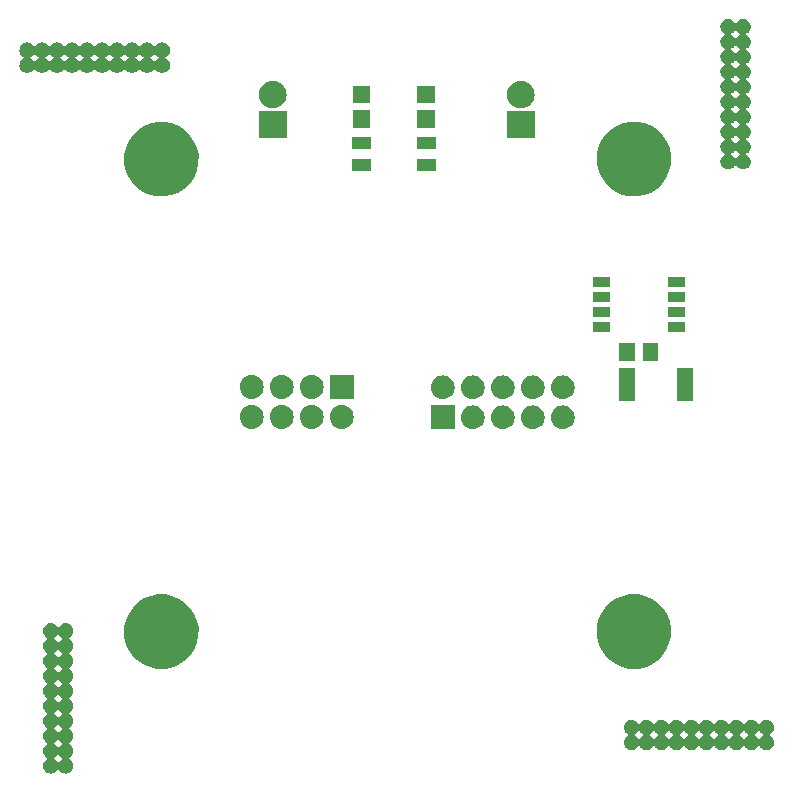
<source format=gts>
G04 #@! TF.FileFunction,Soldermask,Top*
%FSLAX46Y46*%
G04 Gerber Fmt 4.6, Leading zero omitted, Abs format (unit mm)*
G04 Created by KiCad (PCBNEW 4.0.5+dfsg1-4) date Mon May 29 14:43:21 2017*
%MOMM*%
%LPD*%
G01*
G04 APERTURE LIST*
%ADD10C,0.100000*%
G04 APERTURE END LIST*
D10*
G36*
X72033272Y-119215430D02*
X72158139Y-119241061D01*
X72275652Y-119290459D01*
X72381332Y-119361741D01*
X72471156Y-119452194D01*
X72541695Y-119558364D01*
X72590271Y-119676218D01*
X72614928Y-119800744D01*
X72614928Y-119800758D01*
X72615028Y-119801264D01*
X72612995Y-119946861D01*
X72612880Y-119947366D01*
X72612880Y-119947379D01*
X72584757Y-120071165D01*
X72532910Y-120187615D01*
X72459428Y-120291783D01*
X72367120Y-120379686D01*
X72278677Y-120435814D01*
X72262626Y-120449517D01*
X72251028Y-120467149D01*
X72244802Y-120487315D01*
X72244440Y-120508416D01*
X72249971Y-120528783D01*
X72260957Y-120546802D01*
X72276924Y-120561317D01*
X72381332Y-120631741D01*
X72471156Y-120722194D01*
X72541695Y-120828364D01*
X72590271Y-120946218D01*
X72614928Y-121070744D01*
X72614928Y-121070758D01*
X72615028Y-121071264D01*
X72612995Y-121216861D01*
X72612880Y-121217366D01*
X72612880Y-121217379D01*
X72584757Y-121341165D01*
X72532910Y-121457615D01*
X72459428Y-121561783D01*
X72367120Y-121649686D01*
X72278677Y-121705814D01*
X72262626Y-121719517D01*
X72251028Y-121737149D01*
X72244802Y-121757315D01*
X72244440Y-121778416D01*
X72249971Y-121798783D01*
X72260957Y-121816802D01*
X72276924Y-121831317D01*
X72381332Y-121901741D01*
X72471156Y-121992194D01*
X72541695Y-122098364D01*
X72590271Y-122216218D01*
X72614928Y-122340744D01*
X72614928Y-122340758D01*
X72615028Y-122341264D01*
X72612995Y-122486861D01*
X72612880Y-122487366D01*
X72612880Y-122487379D01*
X72584757Y-122611165D01*
X72532910Y-122727615D01*
X72459428Y-122831783D01*
X72367120Y-122919686D01*
X72278677Y-122975814D01*
X72262626Y-122989517D01*
X72251028Y-123007149D01*
X72244802Y-123027315D01*
X72244440Y-123048416D01*
X72249971Y-123068783D01*
X72260957Y-123086802D01*
X72276924Y-123101317D01*
X72381332Y-123171741D01*
X72471156Y-123262194D01*
X72541695Y-123368364D01*
X72590271Y-123486218D01*
X72614928Y-123610744D01*
X72614928Y-123610758D01*
X72615028Y-123611264D01*
X72612995Y-123756861D01*
X72612880Y-123757366D01*
X72612880Y-123757379D01*
X72584757Y-123881165D01*
X72532910Y-123997615D01*
X72459428Y-124101783D01*
X72367120Y-124189686D01*
X72278677Y-124245814D01*
X72262626Y-124259517D01*
X72251028Y-124277149D01*
X72244802Y-124297315D01*
X72244440Y-124318416D01*
X72249971Y-124338783D01*
X72260957Y-124356802D01*
X72276924Y-124371317D01*
X72381332Y-124441741D01*
X72471156Y-124532194D01*
X72541695Y-124638364D01*
X72590271Y-124756218D01*
X72614928Y-124880744D01*
X72614928Y-124880758D01*
X72615028Y-124881264D01*
X72612995Y-125026861D01*
X72612880Y-125027366D01*
X72612880Y-125027379D01*
X72584757Y-125151165D01*
X72532910Y-125267615D01*
X72459428Y-125371783D01*
X72367120Y-125459686D01*
X72278677Y-125515814D01*
X72262626Y-125529517D01*
X72251028Y-125547149D01*
X72244802Y-125567315D01*
X72244440Y-125588416D01*
X72249971Y-125608783D01*
X72260957Y-125626802D01*
X72276924Y-125641317D01*
X72381332Y-125711741D01*
X72471156Y-125802194D01*
X72541695Y-125908364D01*
X72590271Y-126026218D01*
X72614928Y-126150744D01*
X72614928Y-126150758D01*
X72615028Y-126151264D01*
X72612995Y-126296861D01*
X72612880Y-126297366D01*
X72612880Y-126297379D01*
X72584757Y-126421165D01*
X72532910Y-126537615D01*
X72459428Y-126641783D01*
X72367120Y-126729686D01*
X72278677Y-126785814D01*
X72262626Y-126799517D01*
X72251028Y-126817149D01*
X72244802Y-126837315D01*
X72244440Y-126858416D01*
X72249971Y-126878783D01*
X72260957Y-126896802D01*
X72276924Y-126911317D01*
X72381332Y-126981741D01*
X72471156Y-127072194D01*
X72541695Y-127178364D01*
X72590271Y-127296218D01*
X72614928Y-127420744D01*
X72614928Y-127420758D01*
X72615028Y-127421264D01*
X72612995Y-127566861D01*
X72612880Y-127567366D01*
X72612880Y-127567379D01*
X72584757Y-127691165D01*
X72532910Y-127807615D01*
X72459428Y-127911783D01*
X72367120Y-127999686D01*
X72278677Y-128055814D01*
X72262626Y-128069517D01*
X72251028Y-128087149D01*
X72244802Y-128107315D01*
X72244440Y-128128416D01*
X72249971Y-128148783D01*
X72260957Y-128166802D01*
X72276924Y-128181317D01*
X72381332Y-128251741D01*
X72471156Y-128342194D01*
X72541695Y-128448364D01*
X72590271Y-128566218D01*
X72614928Y-128690744D01*
X72614928Y-128690758D01*
X72615028Y-128691264D01*
X72612995Y-128836861D01*
X72612880Y-128837366D01*
X72612880Y-128837379D01*
X72584757Y-128961165D01*
X72532910Y-129077615D01*
X72459428Y-129181783D01*
X72367120Y-129269686D01*
X72278677Y-129325814D01*
X72262626Y-129339517D01*
X72251028Y-129357149D01*
X72244802Y-129377315D01*
X72244440Y-129398416D01*
X72249971Y-129418783D01*
X72260957Y-129436802D01*
X72276924Y-129451317D01*
X72381332Y-129521741D01*
X72471156Y-129612194D01*
X72541695Y-129718364D01*
X72590271Y-129836218D01*
X72614928Y-129960744D01*
X72614928Y-129960758D01*
X72615028Y-129961264D01*
X72612995Y-130106861D01*
X72612880Y-130107366D01*
X72612880Y-130107379D01*
X72584757Y-130231165D01*
X72532910Y-130347615D01*
X72459428Y-130451783D01*
X72367120Y-130539686D01*
X72278677Y-130595814D01*
X72262626Y-130609517D01*
X72251028Y-130627149D01*
X72244802Y-130647315D01*
X72244440Y-130668416D01*
X72249971Y-130688783D01*
X72260957Y-130706802D01*
X72276924Y-130721317D01*
X72381332Y-130791741D01*
X72471156Y-130882194D01*
X72541695Y-130988364D01*
X72590271Y-131106218D01*
X72614928Y-131230744D01*
X72614928Y-131230758D01*
X72615028Y-131231264D01*
X72612995Y-131376861D01*
X72612880Y-131377366D01*
X72612880Y-131377379D01*
X72584757Y-131501165D01*
X72532910Y-131617615D01*
X72459428Y-131721783D01*
X72367117Y-131809689D01*
X72259491Y-131877991D01*
X72140647Y-131924088D01*
X72015109Y-131946223D01*
X71887660Y-131943553D01*
X71763167Y-131916181D01*
X71646354Y-131865148D01*
X71541683Y-131792400D01*
X71453133Y-131700703D01*
X71393895Y-131608783D01*
X71380080Y-131592828D01*
X71362367Y-131581354D01*
X71342159Y-131575268D01*
X71321056Y-131575053D01*
X71300728Y-131580726D01*
X71282786Y-131591838D01*
X71268649Y-131607508D01*
X71263562Y-131616692D01*
X71189428Y-131721783D01*
X71097117Y-131809689D01*
X70989491Y-131877991D01*
X70870647Y-131924088D01*
X70745109Y-131946223D01*
X70617660Y-131943553D01*
X70493167Y-131916181D01*
X70376354Y-131865148D01*
X70271683Y-131792400D01*
X70183133Y-131700703D01*
X70114077Y-131593549D01*
X70067154Y-131475034D01*
X70044143Y-131349655D01*
X70045922Y-131222192D01*
X70072425Y-131097508D01*
X70122642Y-130980344D01*
X70194658Y-130875166D01*
X70285738Y-130785974D01*
X70380816Y-130723757D01*
X70396674Y-130709832D01*
X70408025Y-130692040D01*
X70413969Y-130671790D01*
X70413979Y-130668416D01*
X70974440Y-130668416D01*
X70979971Y-130688783D01*
X70990957Y-130706802D01*
X71006924Y-130721317D01*
X71111332Y-130791741D01*
X71201154Y-130882192D01*
X71267021Y-130981330D01*
X71281057Y-130997090D01*
X71298928Y-131008316D01*
X71319219Y-131014118D01*
X71340324Y-131014038D01*
X71360570Y-131008082D01*
X71378355Y-130996721D01*
X71391374Y-130982197D01*
X71464658Y-130875166D01*
X71555738Y-130785974D01*
X71650816Y-130723757D01*
X71666674Y-130709832D01*
X71678025Y-130692040D01*
X71683969Y-130671790D01*
X71684036Y-130650685D01*
X71678222Y-130630398D01*
X71666985Y-130612533D01*
X71652304Y-130599473D01*
X71652393Y-130599345D01*
X71651328Y-130598605D01*
X71651217Y-130598506D01*
X71651074Y-130598429D01*
X71541683Y-130522400D01*
X71453133Y-130430703D01*
X71393895Y-130338783D01*
X71380080Y-130322828D01*
X71362367Y-130311354D01*
X71342159Y-130305268D01*
X71321056Y-130305053D01*
X71300728Y-130310726D01*
X71282786Y-130321838D01*
X71268649Y-130337508D01*
X71263562Y-130346692D01*
X71189428Y-130451783D01*
X71097120Y-130539686D01*
X71008677Y-130595814D01*
X70992626Y-130609517D01*
X70981028Y-130627149D01*
X70974802Y-130647315D01*
X70974440Y-130668416D01*
X70413979Y-130668416D01*
X70414036Y-130650685D01*
X70408222Y-130630398D01*
X70396985Y-130612533D01*
X70382304Y-130599473D01*
X70382393Y-130599345D01*
X70381328Y-130598605D01*
X70381217Y-130598506D01*
X70381074Y-130598429D01*
X70271683Y-130522400D01*
X70183133Y-130430703D01*
X70114077Y-130323549D01*
X70067154Y-130205034D01*
X70044143Y-130079655D01*
X70045922Y-129952192D01*
X70072425Y-129827508D01*
X70122642Y-129710344D01*
X70194658Y-129605166D01*
X70285738Y-129515974D01*
X70380816Y-129453757D01*
X70396674Y-129439832D01*
X70408025Y-129422040D01*
X70413969Y-129401790D01*
X70413979Y-129398416D01*
X70974440Y-129398416D01*
X70979971Y-129418783D01*
X70990957Y-129436802D01*
X71006924Y-129451317D01*
X71111332Y-129521741D01*
X71201154Y-129612192D01*
X71267021Y-129711330D01*
X71281057Y-129727090D01*
X71298928Y-129738316D01*
X71319219Y-129744118D01*
X71340324Y-129744038D01*
X71360570Y-129738082D01*
X71378355Y-129726721D01*
X71391374Y-129712197D01*
X71464658Y-129605166D01*
X71555738Y-129515974D01*
X71650816Y-129453757D01*
X71666674Y-129439832D01*
X71678025Y-129422040D01*
X71683969Y-129401790D01*
X71684036Y-129380685D01*
X71678222Y-129360398D01*
X71666985Y-129342533D01*
X71652304Y-129329473D01*
X71652393Y-129329345D01*
X71651328Y-129328605D01*
X71651217Y-129328506D01*
X71651074Y-129328429D01*
X71541683Y-129252400D01*
X71453133Y-129160703D01*
X71393895Y-129068783D01*
X71380080Y-129052828D01*
X71362367Y-129041354D01*
X71342159Y-129035268D01*
X71321056Y-129035053D01*
X71300728Y-129040726D01*
X71282786Y-129051838D01*
X71268649Y-129067508D01*
X71263562Y-129076692D01*
X71189428Y-129181783D01*
X71097120Y-129269686D01*
X71008677Y-129325814D01*
X70992626Y-129339517D01*
X70981028Y-129357149D01*
X70974802Y-129377315D01*
X70974440Y-129398416D01*
X70413979Y-129398416D01*
X70414036Y-129380685D01*
X70408222Y-129360398D01*
X70396985Y-129342533D01*
X70382304Y-129329473D01*
X70382393Y-129329345D01*
X70381328Y-129328605D01*
X70381217Y-129328506D01*
X70381074Y-129328429D01*
X70271683Y-129252400D01*
X70183133Y-129160703D01*
X70114077Y-129053549D01*
X70067154Y-128935034D01*
X70044143Y-128809655D01*
X70045922Y-128682192D01*
X70072425Y-128557508D01*
X70122642Y-128440344D01*
X70194658Y-128335166D01*
X70285738Y-128245974D01*
X70380816Y-128183757D01*
X70396674Y-128169832D01*
X70408025Y-128152040D01*
X70413969Y-128131790D01*
X70413979Y-128128416D01*
X70974440Y-128128416D01*
X70979971Y-128148783D01*
X70990957Y-128166802D01*
X71006924Y-128181317D01*
X71111332Y-128251741D01*
X71201154Y-128342192D01*
X71267021Y-128441330D01*
X71281057Y-128457090D01*
X71298928Y-128468316D01*
X71319219Y-128474118D01*
X71340324Y-128474038D01*
X71360570Y-128468082D01*
X71378355Y-128456721D01*
X71391374Y-128442197D01*
X71464658Y-128335166D01*
X71555738Y-128245974D01*
X71650816Y-128183757D01*
X71666674Y-128169832D01*
X71678025Y-128152040D01*
X71683969Y-128131790D01*
X71684036Y-128110685D01*
X71678222Y-128090398D01*
X71666985Y-128072533D01*
X71652304Y-128059473D01*
X71652393Y-128059345D01*
X71651328Y-128058605D01*
X71651217Y-128058506D01*
X71651074Y-128058429D01*
X71541683Y-127982400D01*
X71453133Y-127890703D01*
X71393895Y-127798783D01*
X71380080Y-127782828D01*
X71362367Y-127771354D01*
X71342159Y-127765268D01*
X71321056Y-127765053D01*
X71300728Y-127770726D01*
X71282786Y-127781838D01*
X71268649Y-127797508D01*
X71263562Y-127806692D01*
X71189428Y-127911783D01*
X71097120Y-127999686D01*
X71008677Y-128055814D01*
X70992626Y-128069517D01*
X70981028Y-128087149D01*
X70974802Y-128107315D01*
X70974440Y-128128416D01*
X70413979Y-128128416D01*
X70414036Y-128110685D01*
X70408222Y-128090398D01*
X70396985Y-128072533D01*
X70382304Y-128059473D01*
X70382393Y-128059345D01*
X70381328Y-128058605D01*
X70381217Y-128058506D01*
X70381074Y-128058429D01*
X70271683Y-127982400D01*
X70183133Y-127890703D01*
X70114077Y-127783549D01*
X70067154Y-127665034D01*
X70044143Y-127539655D01*
X70045922Y-127412192D01*
X70072425Y-127287508D01*
X70122642Y-127170344D01*
X70194658Y-127065166D01*
X70285738Y-126975974D01*
X70380816Y-126913757D01*
X70396674Y-126899832D01*
X70408025Y-126882040D01*
X70413969Y-126861790D01*
X70413979Y-126858416D01*
X70974440Y-126858416D01*
X70979971Y-126878783D01*
X70990957Y-126896802D01*
X71006924Y-126911317D01*
X71111332Y-126981741D01*
X71201154Y-127072192D01*
X71267021Y-127171330D01*
X71281057Y-127187090D01*
X71298928Y-127198316D01*
X71319219Y-127204118D01*
X71340324Y-127204038D01*
X71360570Y-127198082D01*
X71378355Y-127186721D01*
X71391374Y-127172197D01*
X71464658Y-127065166D01*
X71555738Y-126975974D01*
X71650816Y-126913757D01*
X71666674Y-126899832D01*
X71678025Y-126882040D01*
X71683969Y-126861790D01*
X71684036Y-126840685D01*
X71678222Y-126820398D01*
X71666985Y-126802533D01*
X71652304Y-126789473D01*
X71652393Y-126789345D01*
X71651328Y-126788605D01*
X71651217Y-126788506D01*
X71651074Y-126788429D01*
X71541683Y-126712400D01*
X71453133Y-126620703D01*
X71393895Y-126528783D01*
X71380080Y-126512828D01*
X71362367Y-126501354D01*
X71342159Y-126495268D01*
X71321056Y-126495053D01*
X71300728Y-126500726D01*
X71282786Y-126511838D01*
X71268649Y-126527508D01*
X71263562Y-126536692D01*
X71189428Y-126641783D01*
X71097120Y-126729686D01*
X71008677Y-126785814D01*
X70992626Y-126799517D01*
X70981028Y-126817149D01*
X70974802Y-126837315D01*
X70974440Y-126858416D01*
X70413979Y-126858416D01*
X70414036Y-126840685D01*
X70408222Y-126820398D01*
X70396985Y-126802533D01*
X70382304Y-126789473D01*
X70382393Y-126789345D01*
X70381328Y-126788605D01*
X70381217Y-126788506D01*
X70381074Y-126788429D01*
X70271683Y-126712400D01*
X70183133Y-126620703D01*
X70114077Y-126513549D01*
X70067154Y-126395034D01*
X70044143Y-126269655D01*
X70045922Y-126142192D01*
X70072425Y-126017508D01*
X70122642Y-125900344D01*
X70194658Y-125795166D01*
X70285738Y-125705974D01*
X70380816Y-125643757D01*
X70396674Y-125629832D01*
X70408025Y-125612040D01*
X70413969Y-125591790D01*
X70413979Y-125588416D01*
X70974440Y-125588416D01*
X70979971Y-125608783D01*
X70990957Y-125626802D01*
X71006924Y-125641317D01*
X71111332Y-125711741D01*
X71201154Y-125802192D01*
X71267021Y-125901330D01*
X71281057Y-125917090D01*
X71298928Y-125928316D01*
X71319219Y-125934118D01*
X71340324Y-125934038D01*
X71360570Y-125928082D01*
X71378355Y-125916721D01*
X71391374Y-125902197D01*
X71464658Y-125795166D01*
X71555738Y-125705974D01*
X71650816Y-125643757D01*
X71666674Y-125629832D01*
X71678025Y-125612040D01*
X71683969Y-125591790D01*
X71684036Y-125570685D01*
X71678222Y-125550398D01*
X71666985Y-125532533D01*
X71652304Y-125519473D01*
X71652393Y-125519345D01*
X71651328Y-125518605D01*
X71651217Y-125518506D01*
X71651074Y-125518429D01*
X71541683Y-125442400D01*
X71453133Y-125350703D01*
X71393895Y-125258783D01*
X71380080Y-125242828D01*
X71362367Y-125231354D01*
X71342159Y-125225268D01*
X71321056Y-125225053D01*
X71300728Y-125230726D01*
X71282786Y-125241838D01*
X71268649Y-125257508D01*
X71263562Y-125266692D01*
X71189428Y-125371783D01*
X71097120Y-125459686D01*
X71008677Y-125515814D01*
X70992626Y-125529517D01*
X70981028Y-125547149D01*
X70974802Y-125567315D01*
X70974440Y-125588416D01*
X70413979Y-125588416D01*
X70414036Y-125570685D01*
X70408222Y-125550398D01*
X70396985Y-125532533D01*
X70382304Y-125519473D01*
X70382393Y-125519345D01*
X70381328Y-125518605D01*
X70381217Y-125518506D01*
X70381074Y-125518429D01*
X70271683Y-125442400D01*
X70183133Y-125350703D01*
X70114077Y-125243549D01*
X70067154Y-125125034D01*
X70044143Y-124999655D01*
X70045922Y-124872192D01*
X70072425Y-124747508D01*
X70122642Y-124630344D01*
X70194658Y-124525166D01*
X70285738Y-124435974D01*
X70380816Y-124373757D01*
X70396674Y-124359832D01*
X70408025Y-124342040D01*
X70413969Y-124321790D01*
X70413979Y-124318416D01*
X70974440Y-124318416D01*
X70979971Y-124338783D01*
X70990957Y-124356802D01*
X71006924Y-124371317D01*
X71111332Y-124441741D01*
X71201154Y-124532192D01*
X71267021Y-124631330D01*
X71281057Y-124647090D01*
X71298928Y-124658316D01*
X71319219Y-124664118D01*
X71340324Y-124664038D01*
X71360570Y-124658082D01*
X71378355Y-124646721D01*
X71391374Y-124632197D01*
X71464658Y-124525166D01*
X71555738Y-124435974D01*
X71650816Y-124373757D01*
X71666674Y-124359832D01*
X71678025Y-124342040D01*
X71683969Y-124321790D01*
X71684036Y-124300685D01*
X71678222Y-124280398D01*
X71666985Y-124262533D01*
X71652304Y-124249473D01*
X71652393Y-124249345D01*
X71651328Y-124248605D01*
X71651217Y-124248506D01*
X71651074Y-124248429D01*
X71541683Y-124172400D01*
X71453133Y-124080703D01*
X71393895Y-123988783D01*
X71380080Y-123972828D01*
X71362367Y-123961354D01*
X71342159Y-123955268D01*
X71321056Y-123955053D01*
X71300728Y-123960726D01*
X71282786Y-123971838D01*
X71268649Y-123987508D01*
X71263562Y-123996692D01*
X71189428Y-124101783D01*
X71097120Y-124189686D01*
X71008677Y-124245814D01*
X70992626Y-124259517D01*
X70981028Y-124277149D01*
X70974802Y-124297315D01*
X70974440Y-124318416D01*
X70413979Y-124318416D01*
X70414036Y-124300685D01*
X70408222Y-124280398D01*
X70396985Y-124262533D01*
X70382304Y-124249473D01*
X70382393Y-124249345D01*
X70381328Y-124248605D01*
X70381217Y-124248506D01*
X70381074Y-124248429D01*
X70271683Y-124172400D01*
X70183133Y-124080703D01*
X70114077Y-123973549D01*
X70067154Y-123855034D01*
X70044143Y-123729655D01*
X70045922Y-123602192D01*
X70072425Y-123477508D01*
X70122642Y-123360344D01*
X70194658Y-123255166D01*
X70285738Y-123165974D01*
X70380816Y-123103757D01*
X70396674Y-123089832D01*
X70408025Y-123072040D01*
X70413969Y-123051790D01*
X70413979Y-123048416D01*
X70974440Y-123048416D01*
X70979971Y-123068783D01*
X70990957Y-123086802D01*
X71006924Y-123101317D01*
X71111332Y-123171741D01*
X71201154Y-123262192D01*
X71267021Y-123361330D01*
X71281057Y-123377090D01*
X71298928Y-123388316D01*
X71319219Y-123394118D01*
X71340324Y-123394038D01*
X71360570Y-123388082D01*
X71378355Y-123376721D01*
X71391374Y-123362197D01*
X71464658Y-123255166D01*
X71555738Y-123165974D01*
X71650816Y-123103757D01*
X71666674Y-123089832D01*
X71678025Y-123072040D01*
X71683969Y-123051790D01*
X71684036Y-123030685D01*
X71678222Y-123010398D01*
X71666985Y-122992533D01*
X71652304Y-122979473D01*
X71652393Y-122979345D01*
X71651328Y-122978605D01*
X71651217Y-122978506D01*
X71651074Y-122978429D01*
X71541683Y-122902400D01*
X71453133Y-122810703D01*
X71393895Y-122718783D01*
X71380080Y-122702828D01*
X71362367Y-122691354D01*
X71342159Y-122685268D01*
X71321056Y-122685053D01*
X71300728Y-122690726D01*
X71282786Y-122701838D01*
X71268649Y-122717508D01*
X71263562Y-122726692D01*
X71189428Y-122831783D01*
X71097120Y-122919686D01*
X71008677Y-122975814D01*
X70992626Y-122989517D01*
X70981028Y-123007149D01*
X70974802Y-123027315D01*
X70974440Y-123048416D01*
X70413979Y-123048416D01*
X70414036Y-123030685D01*
X70408222Y-123010398D01*
X70396985Y-122992533D01*
X70382304Y-122979473D01*
X70382393Y-122979345D01*
X70381328Y-122978605D01*
X70381217Y-122978506D01*
X70381074Y-122978429D01*
X70271683Y-122902400D01*
X70183133Y-122810703D01*
X70114077Y-122703549D01*
X70067154Y-122585034D01*
X70044143Y-122459655D01*
X70045922Y-122332192D01*
X70072425Y-122207508D01*
X70122642Y-122090344D01*
X70194658Y-121985166D01*
X70285738Y-121895974D01*
X70380816Y-121833757D01*
X70396674Y-121819832D01*
X70408025Y-121802040D01*
X70413969Y-121781790D01*
X70413979Y-121778416D01*
X70974440Y-121778416D01*
X70979971Y-121798783D01*
X70990957Y-121816802D01*
X71006924Y-121831317D01*
X71111332Y-121901741D01*
X71201154Y-121992192D01*
X71267021Y-122091330D01*
X71281057Y-122107090D01*
X71298928Y-122118316D01*
X71319219Y-122124118D01*
X71340324Y-122124038D01*
X71360570Y-122118082D01*
X71378355Y-122106721D01*
X71391374Y-122092197D01*
X71464658Y-121985166D01*
X71555738Y-121895974D01*
X71650816Y-121833757D01*
X71666674Y-121819832D01*
X71678025Y-121802040D01*
X71683969Y-121781790D01*
X71684036Y-121760685D01*
X71678222Y-121740398D01*
X71666985Y-121722533D01*
X71652304Y-121709473D01*
X71652393Y-121709345D01*
X71651328Y-121708605D01*
X71651217Y-121708506D01*
X71651074Y-121708429D01*
X71541683Y-121632400D01*
X71453133Y-121540703D01*
X71393895Y-121448783D01*
X71380080Y-121432828D01*
X71362367Y-121421354D01*
X71342159Y-121415268D01*
X71321056Y-121415053D01*
X71300728Y-121420726D01*
X71282786Y-121431838D01*
X71268649Y-121447508D01*
X71263562Y-121456692D01*
X71189428Y-121561783D01*
X71097120Y-121649686D01*
X71008677Y-121705814D01*
X70992626Y-121719517D01*
X70981028Y-121737149D01*
X70974802Y-121757315D01*
X70974440Y-121778416D01*
X70413979Y-121778416D01*
X70414036Y-121760685D01*
X70408222Y-121740398D01*
X70396985Y-121722533D01*
X70382304Y-121709473D01*
X70382393Y-121709345D01*
X70381328Y-121708605D01*
X70381217Y-121708506D01*
X70381074Y-121708429D01*
X70271683Y-121632400D01*
X70183133Y-121540703D01*
X70114077Y-121433549D01*
X70067154Y-121315034D01*
X70044143Y-121189655D01*
X70045922Y-121062192D01*
X70072425Y-120937508D01*
X70122642Y-120820344D01*
X70194658Y-120715166D01*
X70285738Y-120625974D01*
X70380816Y-120563757D01*
X70396674Y-120549832D01*
X70408025Y-120532040D01*
X70413969Y-120511790D01*
X70413979Y-120508416D01*
X70974440Y-120508416D01*
X70979971Y-120528783D01*
X70990957Y-120546802D01*
X71006924Y-120561317D01*
X71111332Y-120631741D01*
X71201154Y-120722192D01*
X71267021Y-120821330D01*
X71281057Y-120837090D01*
X71298928Y-120848316D01*
X71319219Y-120854118D01*
X71340324Y-120854038D01*
X71360570Y-120848082D01*
X71378355Y-120836721D01*
X71391374Y-120822197D01*
X71464658Y-120715166D01*
X71555738Y-120625974D01*
X71650816Y-120563757D01*
X71666674Y-120549832D01*
X71678025Y-120532040D01*
X71683969Y-120511790D01*
X71684036Y-120490685D01*
X71678222Y-120470398D01*
X71666985Y-120452533D01*
X71652304Y-120439473D01*
X71652393Y-120439345D01*
X71651328Y-120438605D01*
X71651217Y-120438506D01*
X71651074Y-120438429D01*
X71541683Y-120362400D01*
X71453133Y-120270703D01*
X71393895Y-120178783D01*
X71380080Y-120162828D01*
X71362367Y-120151354D01*
X71342159Y-120145268D01*
X71321056Y-120145053D01*
X71300728Y-120150726D01*
X71282786Y-120161838D01*
X71268649Y-120177508D01*
X71263562Y-120186692D01*
X71189428Y-120291783D01*
X71097120Y-120379686D01*
X71008677Y-120435814D01*
X70992626Y-120449517D01*
X70981028Y-120467149D01*
X70974802Y-120487315D01*
X70974440Y-120508416D01*
X70413979Y-120508416D01*
X70414036Y-120490685D01*
X70408222Y-120470398D01*
X70396985Y-120452533D01*
X70382304Y-120439473D01*
X70382393Y-120439345D01*
X70381328Y-120438605D01*
X70381217Y-120438506D01*
X70381074Y-120438429D01*
X70271683Y-120362400D01*
X70183133Y-120270703D01*
X70114077Y-120163549D01*
X70067154Y-120045034D01*
X70044143Y-119919655D01*
X70045922Y-119792192D01*
X70072425Y-119667508D01*
X70122642Y-119550344D01*
X70194658Y-119445166D01*
X70285738Y-119355974D01*
X70392395Y-119286180D01*
X70510589Y-119238426D01*
X70635807Y-119214539D01*
X70763272Y-119215430D01*
X70888139Y-119241061D01*
X71005652Y-119290459D01*
X71111332Y-119361741D01*
X71201154Y-119452192D01*
X71267021Y-119551330D01*
X71281057Y-119567090D01*
X71298928Y-119578316D01*
X71319219Y-119584118D01*
X71340324Y-119584038D01*
X71360570Y-119578082D01*
X71378355Y-119566721D01*
X71391374Y-119552197D01*
X71464658Y-119445166D01*
X71555738Y-119355974D01*
X71662395Y-119286180D01*
X71780589Y-119238426D01*
X71905807Y-119214539D01*
X72033272Y-119215430D01*
X72033272Y-119215430D01*
G37*
G36*
X131363272Y-127385430D02*
X131488139Y-127411061D01*
X131605652Y-127460459D01*
X131711332Y-127531741D01*
X131801156Y-127622194D01*
X131871695Y-127728364D01*
X131920271Y-127846218D01*
X131944928Y-127970744D01*
X131944928Y-127970758D01*
X131945028Y-127971264D01*
X131942995Y-128116861D01*
X131942880Y-128117366D01*
X131942880Y-128117379D01*
X131914757Y-128241165D01*
X131862910Y-128357615D01*
X131789428Y-128461783D01*
X131697120Y-128549686D01*
X131608677Y-128605814D01*
X131592626Y-128619517D01*
X131581028Y-128637149D01*
X131574802Y-128657315D01*
X131574440Y-128678416D01*
X131579971Y-128698783D01*
X131590957Y-128716802D01*
X131606924Y-128731317D01*
X131711332Y-128801741D01*
X131801156Y-128892194D01*
X131871695Y-128998364D01*
X131920271Y-129116218D01*
X131944928Y-129240744D01*
X131944928Y-129240758D01*
X131945028Y-129241264D01*
X131942995Y-129386861D01*
X131942880Y-129387366D01*
X131942880Y-129387379D01*
X131914757Y-129511165D01*
X131862910Y-129627615D01*
X131789428Y-129731783D01*
X131697117Y-129819689D01*
X131589491Y-129887991D01*
X131470647Y-129934088D01*
X131345109Y-129956223D01*
X131217660Y-129953553D01*
X131093167Y-129926181D01*
X130976354Y-129875148D01*
X130871683Y-129802400D01*
X130783133Y-129710703D01*
X130723895Y-129618783D01*
X130710080Y-129602828D01*
X130692367Y-129591354D01*
X130672159Y-129585268D01*
X130651056Y-129585053D01*
X130630728Y-129590726D01*
X130612786Y-129601838D01*
X130598649Y-129617508D01*
X130593562Y-129626692D01*
X130519428Y-129731783D01*
X130427117Y-129819689D01*
X130319491Y-129887991D01*
X130200647Y-129934088D01*
X130075109Y-129956223D01*
X129947660Y-129953553D01*
X129823167Y-129926181D01*
X129706354Y-129875148D01*
X129601683Y-129802400D01*
X129513133Y-129710703D01*
X129453895Y-129618783D01*
X129440080Y-129602828D01*
X129422367Y-129591354D01*
X129402159Y-129585268D01*
X129381056Y-129585053D01*
X129360728Y-129590726D01*
X129342786Y-129601838D01*
X129328649Y-129617508D01*
X129323562Y-129626692D01*
X129249428Y-129731783D01*
X129157117Y-129819689D01*
X129049491Y-129887991D01*
X128930647Y-129934088D01*
X128805109Y-129956223D01*
X128677660Y-129953553D01*
X128553167Y-129926181D01*
X128436354Y-129875148D01*
X128331683Y-129802400D01*
X128243133Y-129710703D01*
X128183895Y-129618783D01*
X128170080Y-129602828D01*
X128152367Y-129591354D01*
X128132159Y-129585268D01*
X128111056Y-129585053D01*
X128090728Y-129590726D01*
X128072786Y-129601838D01*
X128058649Y-129617508D01*
X128053562Y-129626692D01*
X127979428Y-129731783D01*
X127887117Y-129819689D01*
X127779491Y-129887991D01*
X127660647Y-129934088D01*
X127535109Y-129956223D01*
X127407660Y-129953553D01*
X127283167Y-129926181D01*
X127166354Y-129875148D01*
X127061683Y-129802400D01*
X126973133Y-129710703D01*
X126913895Y-129618783D01*
X126900080Y-129602828D01*
X126882367Y-129591354D01*
X126862159Y-129585268D01*
X126841056Y-129585053D01*
X126820728Y-129590726D01*
X126802786Y-129601838D01*
X126788649Y-129617508D01*
X126783562Y-129626692D01*
X126709428Y-129731783D01*
X126617117Y-129819689D01*
X126509491Y-129887991D01*
X126390647Y-129934088D01*
X126265109Y-129956223D01*
X126137660Y-129953553D01*
X126013167Y-129926181D01*
X125896354Y-129875148D01*
X125791683Y-129802400D01*
X125703133Y-129710703D01*
X125643895Y-129618783D01*
X125630080Y-129602828D01*
X125612367Y-129591354D01*
X125592159Y-129585268D01*
X125571056Y-129585053D01*
X125550728Y-129590726D01*
X125532786Y-129601838D01*
X125518649Y-129617508D01*
X125513562Y-129626692D01*
X125439428Y-129731783D01*
X125347117Y-129819689D01*
X125239491Y-129887991D01*
X125120647Y-129934088D01*
X124995109Y-129956223D01*
X124867660Y-129953553D01*
X124743167Y-129926181D01*
X124626354Y-129875148D01*
X124521683Y-129802400D01*
X124433133Y-129710703D01*
X124373895Y-129618783D01*
X124360080Y-129602828D01*
X124342367Y-129591354D01*
X124322159Y-129585268D01*
X124301056Y-129585053D01*
X124280728Y-129590726D01*
X124262786Y-129601838D01*
X124248649Y-129617508D01*
X124243562Y-129626692D01*
X124169428Y-129731783D01*
X124077117Y-129819689D01*
X123969491Y-129887991D01*
X123850647Y-129934088D01*
X123725109Y-129956223D01*
X123597660Y-129953553D01*
X123473167Y-129926181D01*
X123356354Y-129875148D01*
X123251683Y-129802400D01*
X123163133Y-129710703D01*
X123103895Y-129618783D01*
X123090080Y-129602828D01*
X123072367Y-129591354D01*
X123052159Y-129585268D01*
X123031056Y-129585053D01*
X123010728Y-129590726D01*
X122992786Y-129601838D01*
X122978649Y-129617508D01*
X122973562Y-129626692D01*
X122899428Y-129731783D01*
X122807117Y-129819689D01*
X122699491Y-129887991D01*
X122580647Y-129934088D01*
X122455109Y-129956223D01*
X122327660Y-129953553D01*
X122203167Y-129926181D01*
X122086354Y-129875148D01*
X121981683Y-129802400D01*
X121893133Y-129710703D01*
X121833895Y-129618783D01*
X121820080Y-129602828D01*
X121802367Y-129591354D01*
X121782159Y-129585268D01*
X121761056Y-129585053D01*
X121740728Y-129590726D01*
X121722786Y-129601838D01*
X121708649Y-129617508D01*
X121703562Y-129626692D01*
X121629428Y-129731783D01*
X121537117Y-129819689D01*
X121429491Y-129887991D01*
X121310647Y-129934088D01*
X121185109Y-129956223D01*
X121057660Y-129953553D01*
X120933167Y-129926181D01*
X120816354Y-129875148D01*
X120711683Y-129802400D01*
X120623133Y-129710703D01*
X120563895Y-129618783D01*
X120550080Y-129602828D01*
X120532367Y-129591354D01*
X120512159Y-129585268D01*
X120491056Y-129585053D01*
X120470728Y-129590726D01*
X120452786Y-129601838D01*
X120438649Y-129617508D01*
X120433562Y-129626692D01*
X120359428Y-129731783D01*
X120267117Y-129819689D01*
X120159491Y-129887991D01*
X120040647Y-129934088D01*
X119915109Y-129956223D01*
X119787660Y-129953553D01*
X119663167Y-129926181D01*
X119546354Y-129875148D01*
X119441683Y-129802400D01*
X119353133Y-129710703D01*
X119284077Y-129603549D01*
X119237154Y-129485034D01*
X119214143Y-129359655D01*
X119215922Y-129232192D01*
X119242425Y-129107508D01*
X119292642Y-128990344D01*
X119364658Y-128885166D01*
X119455738Y-128795974D01*
X119550816Y-128733757D01*
X119566674Y-128719832D01*
X119578025Y-128702040D01*
X119583969Y-128681790D01*
X119583979Y-128678416D01*
X120144440Y-128678416D01*
X120149971Y-128698783D01*
X120160957Y-128716802D01*
X120176924Y-128731317D01*
X120281332Y-128801741D01*
X120371154Y-128892192D01*
X120437021Y-128991330D01*
X120451057Y-129007090D01*
X120468928Y-129018316D01*
X120489219Y-129024118D01*
X120510324Y-129024038D01*
X120530570Y-129018082D01*
X120548355Y-129006721D01*
X120561374Y-128992197D01*
X120634658Y-128885166D01*
X120725738Y-128795974D01*
X120820816Y-128733757D01*
X120836674Y-128719832D01*
X120848025Y-128702040D01*
X120853969Y-128681790D01*
X120853979Y-128678416D01*
X121414440Y-128678416D01*
X121419971Y-128698783D01*
X121430957Y-128716802D01*
X121446924Y-128731317D01*
X121551332Y-128801741D01*
X121641154Y-128892192D01*
X121707021Y-128991330D01*
X121721057Y-129007090D01*
X121738928Y-129018316D01*
X121759219Y-129024118D01*
X121780324Y-129024038D01*
X121800570Y-129018082D01*
X121818355Y-129006721D01*
X121831374Y-128992197D01*
X121904658Y-128885166D01*
X121995738Y-128795974D01*
X122090816Y-128733757D01*
X122106674Y-128719832D01*
X122118025Y-128702040D01*
X122123969Y-128681790D01*
X122123979Y-128678416D01*
X122684440Y-128678416D01*
X122689971Y-128698783D01*
X122700957Y-128716802D01*
X122716924Y-128731317D01*
X122821332Y-128801741D01*
X122911154Y-128892192D01*
X122977021Y-128991330D01*
X122991057Y-129007090D01*
X123008928Y-129018316D01*
X123029219Y-129024118D01*
X123050324Y-129024038D01*
X123070570Y-129018082D01*
X123088355Y-129006721D01*
X123101374Y-128992197D01*
X123174658Y-128885166D01*
X123265738Y-128795974D01*
X123360816Y-128733757D01*
X123376674Y-128719832D01*
X123388025Y-128702040D01*
X123393969Y-128681790D01*
X123393979Y-128678416D01*
X123954440Y-128678416D01*
X123959971Y-128698783D01*
X123970957Y-128716802D01*
X123986924Y-128731317D01*
X124091332Y-128801741D01*
X124181154Y-128892192D01*
X124247021Y-128991330D01*
X124261057Y-129007090D01*
X124278928Y-129018316D01*
X124299219Y-129024118D01*
X124320324Y-129024038D01*
X124340570Y-129018082D01*
X124358355Y-129006721D01*
X124371374Y-128992197D01*
X124444658Y-128885166D01*
X124535738Y-128795974D01*
X124630816Y-128733757D01*
X124646674Y-128719832D01*
X124658025Y-128702040D01*
X124663969Y-128681790D01*
X124663979Y-128678416D01*
X125224440Y-128678416D01*
X125229971Y-128698783D01*
X125240957Y-128716802D01*
X125256924Y-128731317D01*
X125361332Y-128801741D01*
X125451154Y-128892192D01*
X125517021Y-128991330D01*
X125531057Y-129007090D01*
X125548928Y-129018316D01*
X125569219Y-129024118D01*
X125590324Y-129024038D01*
X125610570Y-129018082D01*
X125628355Y-129006721D01*
X125641374Y-128992197D01*
X125714658Y-128885166D01*
X125805738Y-128795974D01*
X125900816Y-128733757D01*
X125916674Y-128719832D01*
X125928025Y-128702040D01*
X125933969Y-128681790D01*
X125933979Y-128678416D01*
X126494440Y-128678416D01*
X126499971Y-128698783D01*
X126510957Y-128716802D01*
X126526924Y-128731317D01*
X126631332Y-128801741D01*
X126721154Y-128892192D01*
X126787021Y-128991330D01*
X126801057Y-129007090D01*
X126818928Y-129018316D01*
X126839219Y-129024118D01*
X126860324Y-129024038D01*
X126880570Y-129018082D01*
X126898355Y-129006721D01*
X126911374Y-128992197D01*
X126984658Y-128885166D01*
X127075738Y-128795974D01*
X127170816Y-128733757D01*
X127186674Y-128719832D01*
X127198025Y-128702040D01*
X127203969Y-128681790D01*
X127203979Y-128678416D01*
X127764440Y-128678416D01*
X127769971Y-128698783D01*
X127780957Y-128716802D01*
X127796924Y-128731317D01*
X127901332Y-128801741D01*
X127991154Y-128892192D01*
X128057021Y-128991330D01*
X128071057Y-129007090D01*
X128088928Y-129018316D01*
X128109219Y-129024118D01*
X128130324Y-129024038D01*
X128150570Y-129018082D01*
X128168355Y-129006721D01*
X128181374Y-128992197D01*
X128254658Y-128885166D01*
X128345738Y-128795974D01*
X128440816Y-128733757D01*
X128456674Y-128719832D01*
X128468025Y-128702040D01*
X128473969Y-128681790D01*
X128473979Y-128678416D01*
X129034440Y-128678416D01*
X129039971Y-128698783D01*
X129050957Y-128716802D01*
X129066924Y-128731317D01*
X129171332Y-128801741D01*
X129261154Y-128892192D01*
X129327021Y-128991330D01*
X129341057Y-129007090D01*
X129358928Y-129018316D01*
X129379219Y-129024118D01*
X129400324Y-129024038D01*
X129420570Y-129018082D01*
X129438355Y-129006721D01*
X129451374Y-128992197D01*
X129524658Y-128885166D01*
X129615738Y-128795974D01*
X129710816Y-128733757D01*
X129726674Y-128719832D01*
X129738025Y-128702040D01*
X129743969Y-128681790D01*
X129743979Y-128678416D01*
X130304440Y-128678416D01*
X130309971Y-128698783D01*
X130320957Y-128716802D01*
X130336924Y-128731317D01*
X130441332Y-128801741D01*
X130531154Y-128892192D01*
X130597021Y-128991330D01*
X130611057Y-129007090D01*
X130628928Y-129018316D01*
X130649219Y-129024118D01*
X130670324Y-129024038D01*
X130690570Y-129018082D01*
X130708355Y-129006721D01*
X130721374Y-128992197D01*
X130794658Y-128885166D01*
X130885738Y-128795974D01*
X130980816Y-128733757D01*
X130996674Y-128719832D01*
X131008025Y-128702040D01*
X131013969Y-128681790D01*
X131014036Y-128660685D01*
X131008222Y-128640398D01*
X130996985Y-128622533D01*
X130982304Y-128609473D01*
X130982393Y-128609345D01*
X130981328Y-128608605D01*
X130981217Y-128608506D01*
X130981074Y-128608429D01*
X130871683Y-128532400D01*
X130783133Y-128440703D01*
X130723895Y-128348783D01*
X130710080Y-128332828D01*
X130692367Y-128321354D01*
X130672159Y-128315268D01*
X130651056Y-128315053D01*
X130630728Y-128320726D01*
X130612786Y-128331838D01*
X130598649Y-128347508D01*
X130593562Y-128356692D01*
X130519428Y-128461783D01*
X130427120Y-128549686D01*
X130338677Y-128605814D01*
X130322626Y-128619517D01*
X130311028Y-128637149D01*
X130304802Y-128657315D01*
X130304440Y-128678416D01*
X129743979Y-128678416D01*
X129744036Y-128660685D01*
X129738222Y-128640398D01*
X129726985Y-128622533D01*
X129712304Y-128609473D01*
X129712393Y-128609345D01*
X129711328Y-128608605D01*
X129711217Y-128608506D01*
X129711074Y-128608429D01*
X129601683Y-128532400D01*
X129513133Y-128440703D01*
X129453895Y-128348783D01*
X129440080Y-128332828D01*
X129422367Y-128321354D01*
X129402159Y-128315268D01*
X129381056Y-128315053D01*
X129360728Y-128320726D01*
X129342786Y-128331838D01*
X129328649Y-128347508D01*
X129323562Y-128356692D01*
X129249428Y-128461783D01*
X129157120Y-128549686D01*
X129068677Y-128605814D01*
X129052626Y-128619517D01*
X129041028Y-128637149D01*
X129034802Y-128657315D01*
X129034440Y-128678416D01*
X128473979Y-128678416D01*
X128474036Y-128660685D01*
X128468222Y-128640398D01*
X128456985Y-128622533D01*
X128442304Y-128609473D01*
X128442393Y-128609345D01*
X128441328Y-128608605D01*
X128441217Y-128608506D01*
X128441074Y-128608429D01*
X128331683Y-128532400D01*
X128243133Y-128440703D01*
X128183895Y-128348783D01*
X128170080Y-128332828D01*
X128152367Y-128321354D01*
X128132159Y-128315268D01*
X128111056Y-128315053D01*
X128090728Y-128320726D01*
X128072786Y-128331838D01*
X128058649Y-128347508D01*
X128053562Y-128356692D01*
X127979428Y-128461783D01*
X127887120Y-128549686D01*
X127798677Y-128605814D01*
X127782626Y-128619517D01*
X127771028Y-128637149D01*
X127764802Y-128657315D01*
X127764440Y-128678416D01*
X127203979Y-128678416D01*
X127204036Y-128660685D01*
X127198222Y-128640398D01*
X127186985Y-128622533D01*
X127172304Y-128609473D01*
X127172393Y-128609345D01*
X127171328Y-128608605D01*
X127171217Y-128608506D01*
X127171074Y-128608429D01*
X127061683Y-128532400D01*
X126973133Y-128440703D01*
X126913895Y-128348783D01*
X126900080Y-128332828D01*
X126882367Y-128321354D01*
X126862159Y-128315268D01*
X126841056Y-128315053D01*
X126820728Y-128320726D01*
X126802786Y-128331838D01*
X126788649Y-128347508D01*
X126783562Y-128356692D01*
X126709428Y-128461783D01*
X126617120Y-128549686D01*
X126528677Y-128605814D01*
X126512626Y-128619517D01*
X126501028Y-128637149D01*
X126494802Y-128657315D01*
X126494440Y-128678416D01*
X125933979Y-128678416D01*
X125934036Y-128660685D01*
X125928222Y-128640398D01*
X125916985Y-128622533D01*
X125902304Y-128609473D01*
X125902393Y-128609345D01*
X125901328Y-128608605D01*
X125901217Y-128608506D01*
X125901074Y-128608429D01*
X125791683Y-128532400D01*
X125703133Y-128440703D01*
X125643895Y-128348783D01*
X125630080Y-128332828D01*
X125612367Y-128321354D01*
X125592159Y-128315268D01*
X125571056Y-128315053D01*
X125550728Y-128320726D01*
X125532786Y-128331838D01*
X125518649Y-128347508D01*
X125513562Y-128356692D01*
X125439428Y-128461783D01*
X125347120Y-128549686D01*
X125258677Y-128605814D01*
X125242626Y-128619517D01*
X125231028Y-128637149D01*
X125224802Y-128657315D01*
X125224440Y-128678416D01*
X124663979Y-128678416D01*
X124664036Y-128660685D01*
X124658222Y-128640398D01*
X124646985Y-128622533D01*
X124632304Y-128609473D01*
X124632393Y-128609345D01*
X124631328Y-128608605D01*
X124631217Y-128608506D01*
X124631074Y-128608429D01*
X124521683Y-128532400D01*
X124433133Y-128440703D01*
X124373895Y-128348783D01*
X124360080Y-128332828D01*
X124342367Y-128321354D01*
X124322159Y-128315268D01*
X124301056Y-128315053D01*
X124280728Y-128320726D01*
X124262786Y-128331838D01*
X124248649Y-128347508D01*
X124243562Y-128356692D01*
X124169428Y-128461783D01*
X124077120Y-128549686D01*
X123988677Y-128605814D01*
X123972626Y-128619517D01*
X123961028Y-128637149D01*
X123954802Y-128657315D01*
X123954440Y-128678416D01*
X123393979Y-128678416D01*
X123394036Y-128660685D01*
X123388222Y-128640398D01*
X123376985Y-128622533D01*
X123362304Y-128609473D01*
X123362393Y-128609345D01*
X123361328Y-128608605D01*
X123361217Y-128608506D01*
X123361074Y-128608429D01*
X123251683Y-128532400D01*
X123163133Y-128440703D01*
X123103895Y-128348783D01*
X123090080Y-128332828D01*
X123072367Y-128321354D01*
X123052159Y-128315268D01*
X123031056Y-128315053D01*
X123010728Y-128320726D01*
X122992786Y-128331838D01*
X122978649Y-128347508D01*
X122973562Y-128356692D01*
X122899428Y-128461783D01*
X122807120Y-128549686D01*
X122718677Y-128605814D01*
X122702626Y-128619517D01*
X122691028Y-128637149D01*
X122684802Y-128657315D01*
X122684440Y-128678416D01*
X122123979Y-128678416D01*
X122124036Y-128660685D01*
X122118222Y-128640398D01*
X122106985Y-128622533D01*
X122092304Y-128609473D01*
X122092393Y-128609345D01*
X122091328Y-128608605D01*
X122091217Y-128608506D01*
X122091074Y-128608429D01*
X121981683Y-128532400D01*
X121893133Y-128440703D01*
X121833895Y-128348783D01*
X121820080Y-128332828D01*
X121802367Y-128321354D01*
X121782159Y-128315268D01*
X121761056Y-128315053D01*
X121740728Y-128320726D01*
X121722786Y-128331838D01*
X121708649Y-128347508D01*
X121703562Y-128356692D01*
X121629428Y-128461783D01*
X121537120Y-128549686D01*
X121448677Y-128605814D01*
X121432626Y-128619517D01*
X121421028Y-128637149D01*
X121414802Y-128657315D01*
X121414440Y-128678416D01*
X120853979Y-128678416D01*
X120854036Y-128660685D01*
X120848222Y-128640398D01*
X120836985Y-128622533D01*
X120822304Y-128609473D01*
X120822393Y-128609345D01*
X120821328Y-128608605D01*
X120821217Y-128608506D01*
X120821074Y-128608429D01*
X120711683Y-128532400D01*
X120623133Y-128440703D01*
X120563895Y-128348783D01*
X120550080Y-128332828D01*
X120532367Y-128321354D01*
X120512159Y-128315268D01*
X120491056Y-128315053D01*
X120470728Y-128320726D01*
X120452786Y-128331838D01*
X120438649Y-128347508D01*
X120433562Y-128356692D01*
X120359428Y-128461783D01*
X120267120Y-128549686D01*
X120178677Y-128605814D01*
X120162626Y-128619517D01*
X120151028Y-128637149D01*
X120144802Y-128657315D01*
X120144440Y-128678416D01*
X119583979Y-128678416D01*
X119584036Y-128660685D01*
X119578222Y-128640398D01*
X119566985Y-128622533D01*
X119552304Y-128609473D01*
X119552393Y-128609345D01*
X119551328Y-128608605D01*
X119551217Y-128608506D01*
X119551074Y-128608429D01*
X119441683Y-128532400D01*
X119353133Y-128440703D01*
X119284077Y-128333549D01*
X119237154Y-128215034D01*
X119214143Y-128089655D01*
X119215922Y-127962192D01*
X119242425Y-127837508D01*
X119292642Y-127720344D01*
X119364658Y-127615166D01*
X119455738Y-127525974D01*
X119562395Y-127456180D01*
X119680589Y-127408426D01*
X119805807Y-127384539D01*
X119933272Y-127385430D01*
X120058139Y-127411061D01*
X120175652Y-127460459D01*
X120281332Y-127531741D01*
X120371154Y-127622192D01*
X120437021Y-127721330D01*
X120451057Y-127737090D01*
X120468928Y-127748316D01*
X120489219Y-127754118D01*
X120510324Y-127754038D01*
X120530570Y-127748082D01*
X120548355Y-127736721D01*
X120561374Y-127722197D01*
X120634658Y-127615166D01*
X120725738Y-127525974D01*
X120832395Y-127456180D01*
X120950589Y-127408426D01*
X121075807Y-127384539D01*
X121203272Y-127385430D01*
X121328139Y-127411061D01*
X121445652Y-127460459D01*
X121551332Y-127531741D01*
X121641154Y-127622192D01*
X121707021Y-127721330D01*
X121721057Y-127737090D01*
X121738928Y-127748316D01*
X121759219Y-127754118D01*
X121780324Y-127754038D01*
X121800570Y-127748082D01*
X121818355Y-127736721D01*
X121831374Y-127722197D01*
X121904658Y-127615166D01*
X121995738Y-127525974D01*
X122102395Y-127456180D01*
X122220589Y-127408426D01*
X122345807Y-127384539D01*
X122473272Y-127385430D01*
X122598139Y-127411061D01*
X122715652Y-127460459D01*
X122821332Y-127531741D01*
X122911154Y-127622192D01*
X122977021Y-127721330D01*
X122991057Y-127737090D01*
X123008928Y-127748316D01*
X123029219Y-127754118D01*
X123050324Y-127754038D01*
X123070570Y-127748082D01*
X123088355Y-127736721D01*
X123101374Y-127722197D01*
X123174658Y-127615166D01*
X123265738Y-127525974D01*
X123372395Y-127456180D01*
X123490589Y-127408426D01*
X123615807Y-127384539D01*
X123743272Y-127385430D01*
X123868139Y-127411061D01*
X123985652Y-127460459D01*
X124091332Y-127531741D01*
X124181154Y-127622192D01*
X124247021Y-127721330D01*
X124261057Y-127737090D01*
X124278928Y-127748316D01*
X124299219Y-127754118D01*
X124320324Y-127754038D01*
X124340570Y-127748082D01*
X124358355Y-127736721D01*
X124371374Y-127722197D01*
X124444658Y-127615166D01*
X124535738Y-127525974D01*
X124642395Y-127456180D01*
X124760589Y-127408426D01*
X124885807Y-127384539D01*
X125013272Y-127385430D01*
X125138139Y-127411061D01*
X125255652Y-127460459D01*
X125361332Y-127531741D01*
X125451154Y-127622192D01*
X125517021Y-127721330D01*
X125531057Y-127737090D01*
X125548928Y-127748316D01*
X125569219Y-127754118D01*
X125590324Y-127754038D01*
X125610570Y-127748082D01*
X125628355Y-127736721D01*
X125641374Y-127722197D01*
X125714658Y-127615166D01*
X125805738Y-127525974D01*
X125912395Y-127456180D01*
X126030589Y-127408426D01*
X126155807Y-127384539D01*
X126283272Y-127385430D01*
X126408139Y-127411061D01*
X126525652Y-127460459D01*
X126631332Y-127531741D01*
X126721154Y-127622192D01*
X126787021Y-127721330D01*
X126801057Y-127737090D01*
X126818928Y-127748316D01*
X126839219Y-127754118D01*
X126860324Y-127754038D01*
X126880570Y-127748082D01*
X126898355Y-127736721D01*
X126911374Y-127722197D01*
X126984658Y-127615166D01*
X127075738Y-127525974D01*
X127182395Y-127456180D01*
X127300589Y-127408426D01*
X127425807Y-127384539D01*
X127553272Y-127385430D01*
X127678139Y-127411061D01*
X127795652Y-127460459D01*
X127901332Y-127531741D01*
X127991154Y-127622192D01*
X128057021Y-127721330D01*
X128071057Y-127737090D01*
X128088928Y-127748316D01*
X128109219Y-127754118D01*
X128130324Y-127754038D01*
X128150570Y-127748082D01*
X128168355Y-127736721D01*
X128181374Y-127722197D01*
X128254658Y-127615166D01*
X128345738Y-127525974D01*
X128452395Y-127456180D01*
X128570589Y-127408426D01*
X128695807Y-127384539D01*
X128823272Y-127385430D01*
X128948139Y-127411061D01*
X129065652Y-127460459D01*
X129171332Y-127531741D01*
X129261154Y-127622192D01*
X129327021Y-127721330D01*
X129341057Y-127737090D01*
X129358928Y-127748316D01*
X129379219Y-127754118D01*
X129400324Y-127754038D01*
X129420570Y-127748082D01*
X129438355Y-127736721D01*
X129451374Y-127722197D01*
X129524658Y-127615166D01*
X129615738Y-127525974D01*
X129722395Y-127456180D01*
X129840589Y-127408426D01*
X129965807Y-127384539D01*
X130093272Y-127385430D01*
X130218139Y-127411061D01*
X130335652Y-127460459D01*
X130441332Y-127531741D01*
X130531154Y-127622192D01*
X130597021Y-127721330D01*
X130611057Y-127737090D01*
X130628928Y-127748316D01*
X130649219Y-127754118D01*
X130670324Y-127754038D01*
X130690570Y-127748082D01*
X130708355Y-127736721D01*
X130721374Y-127722197D01*
X130794658Y-127615166D01*
X130885738Y-127525974D01*
X130992395Y-127456180D01*
X131110589Y-127408426D01*
X131235807Y-127384539D01*
X131363272Y-127385430D01*
X131363272Y-127385430D01*
G37*
G36*
X120399960Y-116781806D02*
X121005089Y-116906021D01*
X121574570Y-117145408D01*
X122086706Y-117490849D01*
X122521994Y-117929186D01*
X122863848Y-118443718D01*
X123099252Y-119014852D01*
X123219138Y-119620319D01*
X123219138Y-119620327D01*
X123219239Y-119620838D01*
X123209386Y-120326421D01*
X123209271Y-120326926D01*
X123209271Y-120326939D01*
X123072527Y-120928817D01*
X122821267Y-121493158D01*
X122465179Y-121997944D01*
X122017821Y-122423958D01*
X121496239Y-122754964D01*
X120920304Y-122978354D01*
X120311937Y-123085626D01*
X119694321Y-123072689D01*
X119090989Y-122940038D01*
X118524910Y-122692724D01*
X118017642Y-122340164D01*
X117588525Y-121895800D01*
X117253881Y-121376534D01*
X117026476Y-120802173D01*
X116914960Y-120194573D01*
X116923585Y-119576882D01*
X117052022Y-118972637D01*
X117295377Y-118404846D01*
X117644388Y-117895128D01*
X118085749Y-117462915D01*
X118602654Y-117124662D01*
X119175423Y-116893248D01*
X119782233Y-116777493D01*
X120399960Y-116781806D01*
X120399960Y-116781806D01*
G37*
G36*
X80399960Y-116781806D02*
X81005089Y-116906021D01*
X81574570Y-117145408D01*
X82086706Y-117490849D01*
X82521994Y-117929186D01*
X82863848Y-118443718D01*
X83099252Y-119014852D01*
X83219138Y-119620319D01*
X83219138Y-119620327D01*
X83219239Y-119620838D01*
X83209386Y-120326421D01*
X83209271Y-120326926D01*
X83209271Y-120326939D01*
X83072527Y-120928817D01*
X82821267Y-121493158D01*
X82465179Y-121997944D01*
X82017821Y-122423958D01*
X81496239Y-122754964D01*
X80920304Y-122978354D01*
X80311937Y-123085626D01*
X79694321Y-123072689D01*
X79090989Y-122940038D01*
X78524910Y-122692724D01*
X78017642Y-122340164D01*
X77588525Y-121895800D01*
X77253881Y-121376534D01*
X77026476Y-120802173D01*
X76914960Y-120194573D01*
X76923585Y-119576882D01*
X77052022Y-118972637D01*
X77295377Y-118404846D01*
X77644388Y-117895128D01*
X78085749Y-117462915D01*
X78602654Y-117124662D01*
X79175423Y-116893248D01*
X79782233Y-116777493D01*
X80399960Y-116781806D01*
X80399960Y-116781806D01*
G37*
G36*
X106623738Y-100792187D02*
X106623758Y-100792193D01*
X106623813Y-100792199D01*
X106812786Y-100850696D01*
X106986798Y-100944784D01*
X107139221Y-101070879D01*
X107264249Y-101224178D01*
X107357120Y-101398843D01*
X107414296Y-101588220D01*
X107433600Y-101785096D01*
X107433600Y-101795031D01*
X107433523Y-101806007D01*
X107433522Y-101806013D01*
X107433501Y-101809056D01*
X107411450Y-102005643D01*
X107351636Y-102194204D01*
X107256335Y-102367555D01*
X107129179Y-102519094D01*
X106975010Y-102643048D01*
X106799701Y-102734698D01*
X106609930Y-102790550D01*
X106609878Y-102790555D01*
X106609857Y-102790561D01*
X106412927Y-102808482D01*
X106216262Y-102787813D01*
X106216242Y-102787807D01*
X106216187Y-102787801D01*
X106027214Y-102729304D01*
X105853202Y-102635216D01*
X105700779Y-102509121D01*
X105575751Y-102355822D01*
X105482880Y-102181157D01*
X105425704Y-101991780D01*
X105406400Y-101794904D01*
X105406400Y-101784969D01*
X105406477Y-101773993D01*
X105406478Y-101773987D01*
X105406499Y-101770944D01*
X105428550Y-101574357D01*
X105488364Y-101385796D01*
X105583665Y-101212445D01*
X105710821Y-101060906D01*
X105864990Y-100936952D01*
X106040299Y-100845302D01*
X106230070Y-100789450D01*
X106230122Y-100789445D01*
X106230143Y-100789439D01*
X106427073Y-100771518D01*
X106623738Y-100792187D01*
X106623738Y-100792187D01*
G37*
G36*
X109163738Y-100792187D02*
X109163758Y-100792193D01*
X109163813Y-100792199D01*
X109352786Y-100850696D01*
X109526798Y-100944784D01*
X109679221Y-101070879D01*
X109804249Y-101224178D01*
X109897120Y-101398843D01*
X109954296Y-101588220D01*
X109973600Y-101785096D01*
X109973600Y-101795031D01*
X109973523Y-101806007D01*
X109973522Y-101806013D01*
X109973501Y-101809056D01*
X109951450Y-102005643D01*
X109891636Y-102194204D01*
X109796335Y-102367555D01*
X109669179Y-102519094D01*
X109515010Y-102643048D01*
X109339701Y-102734698D01*
X109149930Y-102790550D01*
X109149878Y-102790555D01*
X109149857Y-102790561D01*
X108952927Y-102808482D01*
X108756262Y-102787813D01*
X108756242Y-102787807D01*
X108756187Y-102787801D01*
X108567214Y-102729304D01*
X108393202Y-102635216D01*
X108240779Y-102509121D01*
X108115751Y-102355822D01*
X108022880Y-102181157D01*
X107965704Y-101991780D01*
X107946400Y-101794904D01*
X107946400Y-101784969D01*
X107946477Y-101773993D01*
X107946478Y-101773987D01*
X107946499Y-101770944D01*
X107968550Y-101574357D01*
X108028364Y-101385796D01*
X108123665Y-101212445D01*
X108250821Y-101060906D01*
X108404990Y-100936952D01*
X108580299Y-100845302D01*
X108770070Y-100789450D01*
X108770122Y-100789445D01*
X108770143Y-100789439D01*
X108967073Y-100771518D01*
X109163738Y-100792187D01*
X109163738Y-100792187D01*
G37*
G36*
X111703738Y-100792187D02*
X111703758Y-100792193D01*
X111703813Y-100792199D01*
X111892786Y-100850696D01*
X112066798Y-100944784D01*
X112219221Y-101070879D01*
X112344249Y-101224178D01*
X112437120Y-101398843D01*
X112494296Y-101588220D01*
X112513600Y-101785096D01*
X112513600Y-101795031D01*
X112513523Y-101806007D01*
X112513522Y-101806013D01*
X112513501Y-101809056D01*
X112491450Y-102005643D01*
X112431636Y-102194204D01*
X112336335Y-102367555D01*
X112209179Y-102519094D01*
X112055010Y-102643048D01*
X111879701Y-102734698D01*
X111689930Y-102790550D01*
X111689878Y-102790555D01*
X111689857Y-102790561D01*
X111492927Y-102808482D01*
X111296262Y-102787813D01*
X111296242Y-102787807D01*
X111296187Y-102787801D01*
X111107214Y-102729304D01*
X110933202Y-102635216D01*
X110780779Y-102509121D01*
X110655751Y-102355822D01*
X110562880Y-102181157D01*
X110505704Y-101991780D01*
X110486400Y-101794904D01*
X110486400Y-101784969D01*
X110486477Y-101773993D01*
X110486478Y-101773987D01*
X110486499Y-101770944D01*
X110508550Y-101574357D01*
X110568364Y-101385796D01*
X110663665Y-101212445D01*
X110790821Y-101060906D01*
X110944990Y-100936952D01*
X111120299Y-100845302D01*
X111310070Y-100789450D01*
X111310122Y-100789445D01*
X111310143Y-100789439D01*
X111507073Y-100771518D01*
X111703738Y-100792187D01*
X111703738Y-100792187D01*
G37*
G36*
X114243738Y-100792187D02*
X114243758Y-100792193D01*
X114243813Y-100792199D01*
X114432786Y-100850696D01*
X114606798Y-100944784D01*
X114759221Y-101070879D01*
X114884249Y-101224178D01*
X114977120Y-101398843D01*
X115034296Y-101588220D01*
X115053600Y-101785096D01*
X115053600Y-101795031D01*
X115053523Y-101806007D01*
X115053522Y-101806013D01*
X115053501Y-101809056D01*
X115031450Y-102005643D01*
X114971636Y-102194204D01*
X114876335Y-102367555D01*
X114749179Y-102519094D01*
X114595010Y-102643048D01*
X114419701Y-102734698D01*
X114229930Y-102790550D01*
X114229878Y-102790555D01*
X114229857Y-102790561D01*
X114032927Y-102808482D01*
X113836262Y-102787813D01*
X113836242Y-102787807D01*
X113836187Y-102787801D01*
X113647214Y-102729304D01*
X113473202Y-102635216D01*
X113320779Y-102509121D01*
X113195751Y-102355822D01*
X113102880Y-102181157D01*
X113045704Y-101991780D01*
X113026400Y-101794904D01*
X113026400Y-101784969D01*
X113026477Y-101773993D01*
X113026478Y-101773987D01*
X113026499Y-101770944D01*
X113048550Y-101574357D01*
X113108364Y-101385796D01*
X113203665Y-101212445D01*
X113330821Y-101060906D01*
X113484990Y-100936952D01*
X113660299Y-100845302D01*
X113850070Y-100789450D01*
X113850122Y-100789445D01*
X113850143Y-100789439D01*
X114047073Y-100771518D01*
X114243738Y-100792187D01*
X114243738Y-100792187D01*
G37*
G36*
X104893600Y-102803600D02*
X102866400Y-102803600D01*
X102866400Y-100776400D01*
X104893600Y-100776400D01*
X104893600Y-102803600D01*
X104893600Y-102803600D01*
G37*
G36*
X95533738Y-100752187D02*
X95533758Y-100752193D01*
X95533813Y-100752199D01*
X95722786Y-100810696D01*
X95896798Y-100904784D01*
X96049221Y-101030879D01*
X96174249Y-101184178D01*
X96267120Y-101358843D01*
X96324296Y-101548220D01*
X96343600Y-101745096D01*
X96343600Y-101755031D01*
X96343523Y-101766007D01*
X96343522Y-101766013D01*
X96343501Y-101769056D01*
X96321450Y-101965643D01*
X96261636Y-102154204D01*
X96166335Y-102327555D01*
X96039179Y-102479094D01*
X95885010Y-102603048D01*
X95709701Y-102694698D01*
X95519930Y-102750550D01*
X95519878Y-102750555D01*
X95519857Y-102750561D01*
X95322927Y-102768482D01*
X95126262Y-102747813D01*
X95126242Y-102747807D01*
X95126187Y-102747801D01*
X94937214Y-102689304D01*
X94763202Y-102595216D01*
X94610779Y-102469121D01*
X94485751Y-102315822D01*
X94392880Y-102141157D01*
X94335704Y-101951780D01*
X94316400Y-101754904D01*
X94316400Y-101744969D01*
X94316477Y-101733993D01*
X94316478Y-101733987D01*
X94316499Y-101730944D01*
X94338550Y-101534357D01*
X94398364Y-101345796D01*
X94493665Y-101172445D01*
X94620821Y-101020906D01*
X94774990Y-100896952D01*
X94950299Y-100805302D01*
X95140070Y-100749450D01*
X95140122Y-100749445D01*
X95140143Y-100749439D01*
X95337073Y-100731518D01*
X95533738Y-100752187D01*
X95533738Y-100752187D01*
G37*
G36*
X92993738Y-100752187D02*
X92993758Y-100752193D01*
X92993813Y-100752199D01*
X93182786Y-100810696D01*
X93356798Y-100904784D01*
X93509221Y-101030879D01*
X93634249Y-101184178D01*
X93727120Y-101358843D01*
X93784296Y-101548220D01*
X93803600Y-101745096D01*
X93803600Y-101755031D01*
X93803523Y-101766007D01*
X93803522Y-101766013D01*
X93803501Y-101769056D01*
X93781450Y-101965643D01*
X93721636Y-102154204D01*
X93626335Y-102327555D01*
X93499179Y-102479094D01*
X93345010Y-102603048D01*
X93169701Y-102694698D01*
X92979930Y-102750550D01*
X92979878Y-102750555D01*
X92979857Y-102750561D01*
X92782927Y-102768482D01*
X92586262Y-102747813D01*
X92586242Y-102747807D01*
X92586187Y-102747801D01*
X92397214Y-102689304D01*
X92223202Y-102595216D01*
X92070779Y-102469121D01*
X91945751Y-102315822D01*
X91852880Y-102141157D01*
X91795704Y-101951780D01*
X91776400Y-101754904D01*
X91776400Y-101744969D01*
X91776477Y-101733993D01*
X91776478Y-101733987D01*
X91776499Y-101730944D01*
X91798550Y-101534357D01*
X91858364Y-101345796D01*
X91953665Y-101172445D01*
X92080821Y-101020906D01*
X92234990Y-100896952D01*
X92410299Y-100805302D01*
X92600070Y-100749450D01*
X92600122Y-100749445D01*
X92600143Y-100749439D01*
X92797073Y-100731518D01*
X92993738Y-100752187D01*
X92993738Y-100752187D01*
G37*
G36*
X90453738Y-100752187D02*
X90453758Y-100752193D01*
X90453813Y-100752199D01*
X90642786Y-100810696D01*
X90816798Y-100904784D01*
X90969221Y-101030879D01*
X91094249Y-101184178D01*
X91187120Y-101358843D01*
X91244296Y-101548220D01*
X91263600Y-101745096D01*
X91263600Y-101755031D01*
X91263523Y-101766007D01*
X91263522Y-101766013D01*
X91263501Y-101769056D01*
X91241450Y-101965643D01*
X91181636Y-102154204D01*
X91086335Y-102327555D01*
X90959179Y-102479094D01*
X90805010Y-102603048D01*
X90629701Y-102694698D01*
X90439930Y-102750550D01*
X90439878Y-102750555D01*
X90439857Y-102750561D01*
X90242927Y-102768482D01*
X90046262Y-102747813D01*
X90046242Y-102747807D01*
X90046187Y-102747801D01*
X89857214Y-102689304D01*
X89683202Y-102595216D01*
X89530779Y-102469121D01*
X89405751Y-102315822D01*
X89312880Y-102141157D01*
X89255704Y-101951780D01*
X89236400Y-101754904D01*
X89236400Y-101744969D01*
X89236477Y-101733993D01*
X89236478Y-101733987D01*
X89236499Y-101730944D01*
X89258550Y-101534357D01*
X89318364Y-101345796D01*
X89413665Y-101172445D01*
X89540821Y-101020906D01*
X89694990Y-100896952D01*
X89870299Y-100805302D01*
X90060070Y-100749450D01*
X90060122Y-100749445D01*
X90060143Y-100749439D01*
X90257073Y-100731518D01*
X90453738Y-100752187D01*
X90453738Y-100752187D01*
G37*
G36*
X87913738Y-100752187D02*
X87913758Y-100752193D01*
X87913813Y-100752199D01*
X88102786Y-100810696D01*
X88276798Y-100904784D01*
X88429221Y-101030879D01*
X88554249Y-101184178D01*
X88647120Y-101358843D01*
X88704296Y-101548220D01*
X88723600Y-101745096D01*
X88723600Y-101755031D01*
X88723523Y-101766007D01*
X88723522Y-101766013D01*
X88723501Y-101769056D01*
X88701450Y-101965643D01*
X88641636Y-102154204D01*
X88546335Y-102327555D01*
X88419179Y-102479094D01*
X88265010Y-102603048D01*
X88089701Y-102694698D01*
X87899930Y-102750550D01*
X87899878Y-102750555D01*
X87899857Y-102750561D01*
X87702927Y-102768482D01*
X87506262Y-102747813D01*
X87506242Y-102747807D01*
X87506187Y-102747801D01*
X87317214Y-102689304D01*
X87143202Y-102595216D01*
X86990779Y-102469121D01*
X86865751Y-102315822D01*
X86772880Y-102141157D01*
X86715704Y-101951780D01*
X86696400Y-101754904D01*
X86696400Y-101744969D01*
X86696477Y-101733993D01*
X86696478Y-101733987D01*
X86696499Y-101730944D01*
X86718550Y-101534357D01*
X86778364Y-101345796D01*
X86873665Y-101172445D01*
X87000821Y-101020906D01*
X87154990Y-100896952D01*
X87330299Y-100805302D01*
X87520070Y-100749450D01*
X87520122Y-100749445D01*
X87520143Y-100749439D01*
X87717073Y-100731518D01*
X87913738Y-100752187D01*
X87913738Y-100752187D01*
G37*
G36*
X120150000Y-100400000D02*
X118850000Y-100400000D01*
X118850000Y-97600000D01*
X120150000Y-97600000D01*
X120150000Y-100400000D01*
X120150000Y-100400000D01*
G37*
G36*
X125050000Y-100400000D02*
X123750000Y-100400000D01*
X123750000Y-97600000D01*
X125050000Y-97600000D01*
X125050000Y-100400000D01*
X125050000Y-100400000D01*
G37*
G36*
X106623738Y-98252187D02*
X106623758Y-98252193D01*
X106623813Y-98252199D01*
X106812786Y-98310696D01*
X106986798Y-98404784D01*
X107139221Y-98530879D01*
X107264249Y-98684178D01*
X107357120Y-98858843D01*
X107414296Y-99048220D01*
X107433600Y-99245096D01*
X107433600Y-99255031D01*
X107433523Y-99266007D01*
X107433522Y-99266013D01*
X107433501Y-99269056D01*
X107411450Y-99465643D01*
X107351636Y-99654204D01*
X107256335Y-99827555D01*
X107129179Y-99979094D01*
X106975010Y-100103048D01*
X106799701Y-100194698D01*
X106609930Y-100250550D01*
X106609878Y-100250555D01*
X106609857Y-100250561D01*
X106412927Y-100268482D01*
X106216262Y-100247813D01*
X106216242Y-100247807D01*
X106216187Y-100247801D01*
X106027214Y-100189304D01*
X105853202Y-100095216D01*
X105700779Y-99969121D01*
X105575751Y-99815822D01*
X105482880Y-99641157D01*
X105425704Y-99451780D01*
X105406400Y-99254904D01*
X105406400Y-99244969D01*
X105406477Y-99233993D01*
X105406478Y-99233987D01*
X105406499Y-99230944D01*
X105428550Y-99034357D01*
X105488364Y-98845796D01*
X105583665Y-98672445D01*
X105710821Y-98520906D01*
X105864990Y-98396952D01*
X106040299Y-98305302D01*
X106230070Y-98249450D01*
X106230122Y-98249445D01*
X106230143Y-98249439D01*
X106427073Y-98231518D01*
X106623738Y-98252187D01*
X106623738Y-98252187D01*
G37*
G36*
X104083738Y-98252187D02*
X104083758Y-98252193D01*
X104083813Y-98252199D01*
X104272786Y-98310696D01*
X104446798Y-98404784D01*
X104599221Y-98530879D01*
X104724249Y-98684178D01*
X104817120Y-98858843D01*
X104874296Y-99048220D01*
X104893600Y-99245096D01*
X104893600Y-99255031D01*
X104893523Y-99266007D01*
X104893522Y-99266013D01*
X104893501Y-99269056D01*
X104871450Y-99465643D01*
X104811636Y-99654204D01*
X104716335Y-99827555D01*
X104589179Y-99979094D01*
X104435010Y-100103048D01*
X104259701Y-100194698D01*
X104069930Y-100250550D01*
X104069878Y-100250555D01*
X104069857Y-100250561D01*
X103872927Y-100268482D01*
X103676262Y-100247813D01*
X103676242Y-100247807D01*
X103676187Y-100247801D01*
X103487214Y-100189304D01*
X103313202Y-100095216D01*
X103160779Y-99969121D01*
X103035751Y-99815822D01*
X102942880Y-99641157D01*
X102885704Y-99451780D01*
X102866400Y-99254904D01*
X102866400Y-99244969D01*
X102866477Y-99233993D01*
X102866478Y-99233987D01*
X102866499Y-99230944D01*
X102888550Y-99034357D01*
X102948364Y-98845796D01*
X103043665Y-98672445D01*
X103170821Y-98520906D01*
X103324990Y-98396952D01*
X103500299Y-98305302D01*
X103690070Y-98249450D01*
X103690122Y-98249445D01*
X103690143Y-98249439D01*
X103887073Y-98231518D01*
X104083738Y-98252187D01*
X104083738Y-98252187D01*
G37*
G36*
X114243738Y-98252187D02*
X114243758Y-98252193D01*
X114243813Y-98252199D01*
X114432786Y-98310696D01*
X114606798Y-98404784D01*
X114759221Y-98530879D01*
X114884249Y-98684178D01*
X114977120Y-98858843D01*
X115034296Y-99048220D01*
X115053600Y-99245096D01*
X115053600Y-99255031D01*
X115053523Y-99266007D01*
X115053522Y-99266013D01*
X115053501Y-99269056D01*
X115031450Y-99465643D01*
X114971636Y-99654204D01*
X114876335Y-99827555D01*
X114749179Y-99979094D01*
X114595010Y-100103048D01*
X114419701Y-100194698D01*
X114229930Y-100250550D01*
X114229878Y-100250555D01*
X114229857Y-100250561D01*
X114032927Y-100268482D01*
X113836262Y-100247813D01*
X113836242Y-100247807D01*
X113836187Y-100247801D01*
X113647214Y-100189304D01*
X113473202Y-100095216D01*
X113320779Y-99969121D01*
X113195751Y-99815822D01*
X113102880Y-99641157D01*
X113045704Y-99451780D01*
X113026400Y-99254904D01*
X113026400Y-99244969D01*
X113026477Y-99233993D01*
X113026478Y-99233987D01*
X113026499Y-99230944D01*
X113048550Y-99034357D01*
X113108364Y-98845796D01*
X113203665Y-98672445D01*
X113330821Y-98520906D01*
X113484990Y-98396952D01*
X113660299Y-98305302D01*
X113850070Y-98249450D01*
X113850122Y-98249445D01*
X113850143Y-98249439D01*
X114047073Y-98231518D01*
X114243738Y-98252187D01*
X114243738Y-98252187D01*
G37*
G36*
X111703738Y-98252187D02*
X111703758Y-98252193D01*
X111703813Y-98252199D01*
X111892786Y-98310696D01*
X112066798Y-98404784D01*
X112219221Y-98530879D01*
X112344249Y-98684178D01*
X112437120Y-98858843D01*
X112494296Y-99048220D01*
X112513600Y-99245096D01*
X112513600Y-99255031D01*
X112513523Y-99266007D01*
X112513522Y-99266013D01*
X112513501Y-99269056D01*
X112491450Y-99465643D01*
X112431636Y-99654204D01*
X112336335Y-99827555D01*
X112209179Y-99979094D01*
X112055010Y-100103048D01*
X111879701Y-100194698D01*
X111689930Y-100250550D01*
X111689878Y-100250555D01*
X111689857Y-100250561D01*
X111492927Y-100268482D01*
X111296262Y-100247813D01*
X111296242Y-100247807D01*
X111296187Y-100247801D01*
X111107214Y-100189304D01*
X110933202Y-100095216D01*
X110780779Y-99969121D01*
X110655751Y-99815822D01*
X110562880Y-99641157D01*
X110505704Y-99451780D01*
X110486400Y-99254904D01*
X110486400Y-99244969D01*
X110486477Y-99233993D01*
X110486478Y-99233987D01*
X110486499Y-99230944D01*
X110508550Y-99034357D01*
X110568364Y-98845796D01*
X110663665Y-98672445D01*
X110790821Y-98520906D01*
X110944990Y-98396952D01*
X111120299Y-98305302D01*
X111310070Y-98249450D01*
X111310122Y-98249445D01*
X111310143Y-98249439D01*
X111507073Y-98231518D01*
X111703738Y-98252187D01*
X111703738Y-98252187D01*
G37*
G36*
X109163738Y-98252187D02*
X109163758Y-98252193D01*
X109163813Y-98252199D01*
X109352786Y-98310696D01*
X109526798Y-98404784D01*
X109679221Y-98530879D01*
X109804249Y-98684178D01*
X109897120Y-98858843D01*
X109954296Y-99048220D01*
X109973600Y-99245096D01*
X109973600Y-99255031D01*
X109973523Y-99266007D01*
X109973522Y-99266013D01*
X109973501Y-99269056D01*
X109951450Y-99465643D01*
X109891636Y-99654204D01*
X109796335Y-99827555D01*
X109669179Y-99979094D01*
X109515010Y-100103048D01*
X109339701Y-100194698D01*
X109149930Y-100250550D01*
X109149878Y-100250555D01*
X109149857Y-100250561D01*
X108952927Y-100268482D01*
X108756262Y-100247813D01*
X108756242Y-100247807D01*
X108756187Y-100247801D01*
X108567214Y-100189304D01*
X108393202Y-100095216D01*
X108240779Y-99969121D01*
X108115751Y-99815822D01*
X108022880Y-99641157D01*
X107965704Y-99451780D01*
X107946400Y-99254904D01*
X107946400Y-99244969D01*
X107946477Y-99233993D01*
X107946478Y-99233987D01*
X107946499Y-99230944D01*
X107968550Y-99034357D01*
X108028364Y-98845796D01*
X108123665Y-98672445D01*
X108250821Y-98520906D01*
X108404990Y-98396952D01*
X108580299Y-98305302D01*
X108770070Y-98249450D01*
X108770122Y-98249445D01*
X108770143Y-98249439D01*
X108967073Y-98231518D01*
X109163738Y-98252187D01*
X109163738Y-98252187D01*
G37*
G36*
X87913738Y-98212187D02*
X87913758Y-98212193D01*
X87913813Y-98212199D01*
X88102786Y-98270696D01*
X88276798Y-98364784D01*
X88429221Y-98490879D01*
X88554249Y-98644178D01*
X88647120Y-98818843D01*
X88704296Y-99008220D01*
X88723600Y-99205096D01*
X88723600Y-99215031D01*
X88723523Y-99226007D01*
X88723522Y-99226013D01*
X88723501Y-99229056D01*
X88701450Y-99425643D01*
X88641636Y-99614204D01*
X88546335Y-99787555D01*
X88419179Y-99939094D01*
X88265010Y-100063048D01*
X88089701Y-100154698D01*
X87899930Y-100210550D01*
X87899878Y-100210555D01*
X87899857Y-100210561D01*
X87702927Y-100228482D01*
X87506262Y-100207813D01*
X87506242Y-100207807D01*
X87506187Y-100207801D01*
X87317214Y-100149304D01*
X87143202Y-100055216D01*
X86990779Y-99929121D01*
X86865751Y-99775822D01*
X86772880Y-99601157D01*
X86715704Y-99411780D01*
X86696400Y-99214904D01*
X86696400Y-99204969D01*
X86696477Y-99193993D01*
X86696478Y-99193987D01*
X86696499Y-99190944D01*
X86718550Y-98994357D01*
X86778364Y-98805796D01*
X86873665Y-98632445D01*
X87000821Y-98480906D01*
X87154990Y-98356952D01*
X87330299Y-98265302D01*
X87520070Y-98209450D01*
X87520122Y-98209445D01*
X87520143Y-98209439D01*
X87717073Y-98191518D01*
X87913738Y-98212187D01*
X87913738Y-98212187D01*
G37*
G36*
X90453738Y-98212187D02*
X90453758Y-98212193D01*
X90453813Y-98212199D01*
X90642786Y-98270696D01*
X90816798Y-98364784D01*
X90969221Y-98490879D01*
X91094249Y-98644178D01*
X91187120Y-98818843D01*
X91244296Y-99008220D01*
X91263600Y-99205096D01*
X91263600Y-99215031D01*
X91263523Y-99226007D01*
X91263522Y-99226013D01*
X91263501Y-99229056D01*
X91241450Y-99425643D01*
X91181636Y-99614204D01*
X91086335Y-99787555D01*
X90959179Y-99939094D01*
X90805010Y-100063048D01*
X90629701Y-100154698D01*
X90439930Y-100210550D01*
X90439878Y-100210555D01*
X90439857Y-100210561D01*
X90242927Y-100228482D01*
X90046262Y-100207813D01*
X90046242Y-100207807D01*
X90046187Y-100207801D01*
X89857214Y-100149304D01*
X89683202Y-100055216D01*
X89530779Y-99929121D01*
X89405751Y-99775822D01*
X89312880Y-99601157D01*
X89255704Y-99411780D01*
X89236400Y-99214904D01*
X89236400Y-99204969D01*
X89236477Y-99193993D01*
X89236478Y-99193987D01*
X89236499Y-99190944D01*
X89258550Y-98994357D01*
X89318364Y-98805796D01*
X89413665Y-98632445D01*
X89540821Y-98480906D01*
X89694990Y-98356952D01*
X89870299Y-98265302D01*
X90060070Y-98209450D01*
X90060122Y-98209445D01*
X90060143Y-98209439D01*
X90257073Y-98191518D01*
X90453738Y-98212187D01*
X90453738Y-98212187D01*
G37*
G36*
X92993738Y-98212187D02*
X92993758Y-98212193D01*
X92993813Y-98212199D01*
X93182786Y-98270696D01*
X93356798Y-98364784D01*
X93509221Y-98490879D01*
X93634249Y-98644178D01*
X93727120Y-98818843D01*
X93784296Y-99008220D01*
X93803600Y-99205096D01*
X93803600Y-99215031D01*
X93803523Y-99226007D01*
X93803522Y-99226013D01*
X93803501Y-99229056D01*
X93781450Y-99425643D01*
X93721636Y-99614204D01*
X93626335Y-99787555D01*
X93499179Y-99939094D01*
X93345010Y-100063048D01*
X93169701Y-100154698D01*
X92979930Y-100210550D01*
X92979878Y-100210555D01*
X92979857Y-100210561D01*
X92782927Y-100228482D01*
X92586262Y-100207813D01*
X92586242Y-100207807D01*
X92586187Y-100207801D01*
X92397214Y-100149304D01*
X92223202Y-100055216D01*
X92070779Y-99929121D01*
X91945751Y-99775822D01*
X91852880Y-99601157D01*
X91795704Y-99411780D01*
X91776400Y-99214904D01*
X91776400Y-99204969D01*
X91776477Y-99193993D01*
X91776478Y-99193987D01*
X91776499Y-99190944D01*
X91798550Y-98994357D01*
X91858364Y-98805796D01*
X91953665Y-98632445D01*
X92080821Y-98480906D01*
X92234990Y-98356952D01*
X92410299Y-98265302D01*
X92600070Y-98209450D01*
X92600122Y-98209445D01*
X92600143Y-98209439D01*
X92797073Y-98191518D01*
X92993738Y-98212187D01*
X92993738Y-98212187D01*
G37*
G36*
X96343600Y-100223600D02*
X94316400Y-100223600D01*
X94316400Y-98196400D01*
X96343600Y-98196400D01*
X96343600Y-100223600D01*
X96343600Y-100223600D01*
G37*
G36*
X122150000Y-97025000D02*
X120850000Y-97025000D01*
X120850000Y-95475000D01*
X122150000Y-95475000D01*
X122150000Y-97025000D01*
X122150000Y-97025000D01*
G37*
G36*
X120150000Y-97025000D02*
X118850000Y-97025000D01*
X118850000Y-95475000D01*
X120150000Y-95475000D01*
X120150000Y-97025000D01*
X120150000Y-97025000D01*
G37*
G36*
X124396500Y-94559000D02*
X122953500Y-94559000D01*
X122953500Y-93751000D01*
X124396500Y-93751000D01*
X124396500Y-94559000D01*
X124396500Y-94559000D01*
G37*
G36*
X118046500Y-94559000D02*
X116603500Y-94559000D01*
X116603500Y-93751000D01*
X118046500Y-93751000D01*
X118046500Y-94559000D01*
X118046500Y-94559000D01*
G37*
G36*
X124396500Y-93289000D02*
X122953500Y-93289000D01*
X122953500Y-92481000D01*
X124396500Y-92481000D01*
X124396500Y-93289000D01*
X124396500Y-93289000D01*
G37*
G36*
X118046500Y-93289000D02*
X116603500Y-93289000D01*
X116603500Y-92481000D01*
X118046500Y-92481000D01*
X118046500Y-93289000D01*
X118046500Y-93289000D01*
G37*
G36*
X124396500Y-92019000D02*
X122953500Y-92019000D01*
X122953500Y-91211000D01*
X124396500Y-91211000D01*
X124396500Y-92019000D01*
X124396500Y-92019000D01*
G37*
G36*
X118046500Y-92019000D02*
X116603500Y-92019000D01*
X116603500Y-91211000D01*
X118046500Y-91211000D01*
X118046500Y-92019000D01*
X118046500Y-92019000D01*
G37*
G36*
X118046500Y-90749000D02*
X116603500Y-90749000D01*
X116603500Y-89941000D01*
X118046500Y-89941000D01*
X118046500Y-90749000D01*
X118046500Y-90749000D01*
G37*
G36*
X124396500Y-90749000D02*
X122953500Y-90749000D01*
X122953500Y-89941000D01*
X124396500Y-89941000D01*
X124396500Y-90749000D01*
X124396500Y-90749000D01*
G37*
G36*
X80399960Y-76781806D02*
X81005089Y-76906021D01*
X81574570Y-77145408D01*
X82086706Y-77490849D01*
X82521994Y-77929186D01*
X82863848Y-78443718D01*
X83099252Y-79014852D01*
X83219138Y-79620319D01*
X83219138Y-79620327D01*
X83219239Y-79620838D01*
X83209386Y-80326421D01*
X83209271Y-80326926D01*
X83209271Y-80326939D01*
X83072527Y-80928817D01*
X82821267Y-81493158D01*
X82465179Y-81997944D01*
X82017821Y-82423958D01*
X81496239Y-82754964D01*
X80920304Y-82978354D01*
X80311937Y-83085626D01*
X79694321Y-83072689D01*
X79090989Y-82940038D01*
X78524910Y-82692724D01*
X78017642Y-82340164D01*
X77588525Y-81895800D01*
X77253881Y-81376534D01*
X77026476Y-80802173D01*
X76914960Y-80194573D01*
X76923585Y-79576882D01*
X77052022Y-78972637D01*
X77295377Y-78404846D01*
X77644388Y-77895128D01*
X78085749Y-77462915D01*
X78602654Y-77124662D01*
X79175423Y-76893248D01*
X79782233Y-76777493D01*
X80399960Y-76781806D01*
X80399960Y-76781806D01*
G37*
G36*
X120399960Y-76781806D02*
X121005089Y-76906021D01*
X121574570Y-77145408D01*
X122086706Y-77490849D01*
X122521994Y-77929186D01*
X122863848Y-78443718D01*
X123099252Y-79014852D01*
X123219138Y-79620319D01*
X123219138Y-79620327D01*
X123219239Y-79620838D01*
X123209386Y-80326421D01*
X123209271Y-80326926D01*
X123209271Y-80326939D01*
X123072527Y-80928817D01*
X122821267Y-81493158D01*
X122465179Y-81997944D01*
X122017821Y-82423958D01*
X121496239Y-82754964D01*
X120920304Y-82978354D01*
X120311937Y-83085626D01*
X119694321Y-83072689D01*
X119090989Y-82940038D01*
X118524910Y-82692724D01*
X118017642Y-82340164D01*
X117588525Y-81895800D01*
X117253881Y-81376534D01*
X117026476Y-80802173D01*
X116914960Y-80194573D01*
X116923585Y-79576882D01*
X117052022Y-78972637D01*
X117295377Y-78404846D01*
X117644388Y-77895128D01*
X118085749Y-77462915D01*
X118602654Y-77124662D01*
X119175423Y-76893248D01*
X119782233Y-76777493D01*
X120399960Y-76781806D01*
X120399960Y-76781806D01*
G37*
G36*
X97800000Y-80950000D02*
X96200000Y-80950000D01*
X96200000Y-79950000D01*
X97800000Y-79950000D01*
X97800000Y-80950000D01*
X97800000Y-80950000D01*
G37*
G36*
X103300000Y-80950000D02*
X101700000Y-80950000D01*
X101700000Y-79950000D01*
X103300000Y-79950000D01*
X103300000Y-80950000D01*
X103300000Y-80950000D01*
G37*
G36*
X129373272Y-68055430D02*
X129498139Y-68081061D01*
X129615652Y-68130459D01*
X129721332Y-68201741D01*
X129811156Y-68292194D01*
X129881695Y-68398364D01*
X129930271Y-68516218D01*
X129954928Y-68640744D01*
X129954928Y-68640758D01*
X129955028Y-68641264D01*
X129952995Y-68786861D01*
X129952880Y-68787366D01*
X129952880Y-68787379D01*
X129924757Y-68911165D01*
X129872910Y-69027615D01*
X129799428Y-69131783D01*
X129707120Y-69219686D01*
X129618677Y-69275814D01*
X129602626Y-69289517D01*
X129591028Y-69307149D01*
X129584802Y-69327315D01*
X129584440Y-69348416D01*
X129589971Y-69368783D01*
X129600957Y-69386802D01*
X129616924Y-69401317D01*
X129721332Y-69471741D01*
X129811156Y-69562194D01*
X129881695Y-69668364D01*
X129930271Y-69786218D01*
X129954928Y-69910744D01*
X129954928Y-69910758D01*
X129955028Y-69911264D01*
X129952995Y-70056861D01*
X129952880Y-70057366D01*
X129952880Y-70057379D01*
X129924757Y-70181165D01*
X129872910Y-70297615D01*
X129799428Y-70401783D01*
X129707120Y-70489686D01*
X129618677Y-70545814D01*
X129602626Y-70559517D01*
X129591028Y-70577149D01*
X129584802Y-70597315D01*
X129584440Y-70618416D01*
X129589971Y-70638783D01*
X129600957Y-70656802D01*
X129616924Y-70671317D01*
X129721332Y-70741741D01*
X129811156Y-70832194D01*
X129881695Y-70938364D01*
X129930271Y-71056218D01*
X129954928Y-71180744D01*
X129954928Y-71180758D01*
X129955028Y-71181264D01*
X129952995Y-71326861D01*
X129952880Y-71327366D01*
X129952880Y-71327379D01*
X129924757Y-71451165D01*
X129872910Y-71567615D01*
X129799428Y-71671783D01*
X129707120Y-71759686D01*
X129618677Y-71815814D01*
X129602626Y-71829517D01*
X129591028Y-71847149D01*
X129584802Y-71867315D01*
X129584440Y-71888416D01*
X129589971Y-71908783D01*
X129600957Y-71926802D01*
X129616924Y-71941317D01*
X129721332Y-72011741D01*
X129811156Y-72102194D01*
X129881695Y-72208364D01*
X129930271Y-72326218D01*
X129954928Y-72450744D01*
X129954928Y-72450758D01*
X129955028Y-72451264D01*
X129952995Y-72596861D01*
X129952880Y-72597366D01*
X129952880Y-72597379D01*
X129924757Y-72721165D01*
X129872910Y-72837615D01*
X129799428Y-72941783D01*
X129707120Y-73029686D01*
X129618677Y-73085814D01*
X129602626Y-73099517D01*
X129591028Y-73117149D01*
X129584802Y-73137315D01*
X129584440Y-73158416D01*
X129589971Y-73178783D01*
X129600957Y-73196802D01*
X129616924Y-73211317D01*
X129721332Y-73281741D01*
X129811156Y-73372194D01*
X129881695Y-73478364D01*
X129930271Y-73596218D01*
X129954928Y-73720744D01*
X129954928Y-73720758D01*
X129955028Y-73721264D01*
X129952995Y-73866861D01*
X129952880Y-73867366D01*
X129952880Y-73867379D01*
X129924757Y-73991165D01*
X129872910Y-74107615D01*
X129799428Y-74211783D01*
X129707120Y-74299686D01*
X129618677Y-74355814D01*
X129602626Y-74369517D01*
X129591028Y-74387149D01*
X129584802Y-74407315D01*
X129584440Y-74428416D01*
X129589971Y-74448783D01*
X129600957Y-74466802D01*
X129616924Y-74481317D01*
X129721332Y-74551741D01*
X129811156Y-74642194D01*
X129881695Y-74748364D01*
X129930271Y-74866218D01*
X129954928Y-74990744D01*
X129954928Y-74990758D01*
X129955028Y-74991264D01*
X129952995Y-75136861D01*
X129952880Y-75137366D01*
X129952880Y-75137379D01*
X129924757Y-75261165D01*
X129872910Y-75377615D01*
X129799428Y-75481783D01*
X129707120Y-75569686D01*
X129618677Y-75625814D01*
X129602626Y-75639517D01*
X129591028Y-75657149D01*
X129584802Y-75677315D01*
X129584440Y-75698416D01*
X129589971Y-75718783D01*
X129600957Y-75736802D01*
X129616924Y-75751317D01*
X129721332Y-75821741D01*
X129811156Y-75912194D01*
X129881695Y-76018364D01*
X129930271Y-76136218D01*
X129954928Y-76260744D01*
X129954928Y-76260758D01*
X129955028Y-76261264D01*
X129952995Y-76406861D01*
X129952880Y-76407366D01*
X129952880Y-76407379D01*
X129924757Y-76531165D01*
X129872910Y-76647615D01*
X129799428Y-76751783D01*
X129707120Y-76839686D01*
X129618677Y-76895814D01*
X129602626Y-76909517D01*
X129591028Y-76927149D01*
X129584802Y-76947315D01*
X129584440Y-76968416D01*
X129589971Y-76988783D01*
X129600957Y-77006802D01*
X129616924Y-77021317D01*
X129721332Y-77091741D01*
X129811156Y-77182194D01*
X129881695Y-77288364D01*
X129930271Y-77406218D01*
X129954928Y-77530744D01*
X129954928Y-77530758D01*
X129955028Y-77531264D01*
X129952995Y-77676861D01*
X129952880Y-77677366D01*
X129952880Y-77677379D01*
X129924757Y-77801165D01*
X129872910Y-77917615D01*
X129799428Y-78021783D01*
X129707120Y-78109686D01*
X129618677Y-78165814D01*
X129602626Y-78179517D01*
X129591028Y-78197149D01*
X129584802Y-78217315D01*
X129584440Y-78238416D01*
X129589971Y-78258783D01*
X129600957Y-78276802D01*
X129616924Y-78291317D01*
X129721332Y-78361741D01*
X129811156Y-78452194D01*
X129881695Y-78558364D01*
X129930271Y-78676218D01*
X129954928Y-78800744D01*
X129954928Y-78800758D01*
X129955028Y-78801264D01*
X129952995Y-78946861D01*
X129952880Y-78947366D01*
X129952880Y-78947379D01*
X129924757Y-79071165D01*
X129872910Y-79187615D01*
X129799428Y-79291783D01*
X129707120Y-79379686D01*
X129618677Y-79435814D01*
X129602626Y-79449517D01*
X129591028Y-79467149D01*
X129584802Y-79487315D01*
X129584440Y-79508416D01*
X129589971Y-79528783D01*
X129600957Y-79546802D01*
X129616924Y-79561317D01*
X129721332Y-79631741D01*
X129811156Y-79722194D01*
X129881695Y-79828364D01*
X129930271Y-79946218D01*
X129954928Y-80070744D01*
X129954928Y-80070758D01*
X129955028Y-80071264D01*
X129952995Y-80216861D01*
X129952880Y-80217366D01*
X129952880Y-80217379D01*
X129924757Y-80341165D01*
X129872910Y-80457615D01*
X129799428Y-80561783D01*
X129707117Y-80649689D01*
X129599491Y-80717991D01*
X129480647Y-80764088D01*
X129355109Y-80786223D01*
X129227660Y-80783553D01*
X129103167Y-80756181D01*
X128986354Y-80705148D01*
X128881683Y-80632400D01*
X128793133Y-80540703D01*
X128733895Y-80448783D01*
X128720080Y-80432828D01*
X128702367Y-80421354D01*
X128682159Y-80415268D01*
X128661056Y-80415053D01*
X128640728Y-80420726D01*
X128622786Y-80431838D01*
X128608649Y-80447508D01*
X128603562Y-80456692D01*
X128529428Y-80561783D01*
X128437117Y-80649689D01*
X128329491Y-80717991D01*
X128210647Y-80764088D01*
X128085109Y-80786223D01*
X127957660Y-80783553D01*
X127833167Y-80756181D01*
X127716354Y-80705148D01*
X127611683Y-80632400D01*
X127523133Y-80540703D01*
X127454077Y-80433549D01*
X127407154Y-80315034D01*
X127384143Y-80189655D01*
X127385922Y-80062192D01*
X127412425Y-79937508D01*
X127462642Y-79820344D01*
X127534658Y-79715166D01*
X127625738Y-79625974D01*
X127720816Y-79563757D01*
X127736674Y-79549832D01*
X127748025Y-79532040D01*
X127753969Y-79511790D01*
X127753979Y-79508416D01*
X128314440Y-79508416D01*
X128319971Y-79528783D01*
X128330957Y-79546802D01*
X128346924Y-79561317D01*
X128451332Y-79631741D01*
X128541154Y-79722192D01*
X128607021Y-79821330D01*
X128621057Y-79837090D01*
X128638928Y-79848316D01*
X128659219Y-79854118D01*
X128680324Y-79854038D01*
X128700570Y-79848082D01*
X128718355Y-79836721D01*
X128731374Y-79822197D01*
X128804658Y-79715166D01*
X128895738Y-79625974D01*
X128990816Y-79563757D01*
X129006674Y-79549832D01*
X129018025Y-79532040D01*
X129023969Y-79511790D01*
X129024036Y-79490685D01*
X129018222Y-79470398D01*
X129006985Y-79452533D01*
X128992304Y-79439473D01*
X128992393Y-79439345D01*
X128991328Y-79438605D01*
X128991217Y-79438506D01*
X128991074Y-79438429D01*
X128881683Y-79362400D01*
X128793133Y-79270703D01*
X128733895Y-79178783D01*
X128720080Y-79162828D01*
X128702367Y-79151354D01*
X128682159Y-79145268D01*
X128661056Y-79145053D01*
X128640728Y-79150726D01*
X128622786Y-79161838D01*
X128608649Y-79177508D01*
X128603562Y-79186692D01*
X128529428Y-79291783D01*
X128437120Y-79379686D01*
X128348677Y-79435814D01*
X128332626Y-79449517D01*
X128321028Y-79467149D01*
X128314802Y-79487315D01*
X128314440Y-79508416D01*
X127753979Y-79508416D01*
X127754036Y-79490685D01*
X127748222Y-79470398D01*
X127736985Y-79452533D01*
X127722304Y-79439473D01*
X127722393Y-79439345D01*
X127721328Y-79438605D01*
X127721217Y-79438506D01*
X127721074Y-79438429D01*
X127611683Y-79362400D01*
X127523133Y-79270703D01*
X127454077Y-79163549D01*
X127407154Y-79045034D01*
X127384143Y-78919655D01*
X127385922Y-78792192D01*
X127412425Y-78667508D01*
X127462642Y-78550344D01*
X127534658Y-78445166D01*
X127625738Y-78355974D01*
X127720816Y-78293757D01*
X127736674Y-78279832D01*
X127748025Y-78262040D01*
X127753969Y-78241790D01*
X127753979Y-78238416D01*
X128314440Y-78238416D01*
X128319971Y-78258783D01*
X128330957Y-78276802D01*
X128346924Y-78291317D01*
X128451332Y-78361741D01*
X128541154Y-78452192D01*
X128607021Y-78551330D01*
X128621057Y-78567090D01*
X128638928Y-78578316D01*
X128659219Y-78584118D01*
X128680324Y-78584038D01*
X128700570Y-78578082D01*
X128718355Y-78566721D01*
X128731374Y-78552197D01*
X128804658Y-78445166D01*
X128895738Y-78355974D01*
X128990816Y-78293757D01*
X129006674Y-78279832D01*
X129018025Y-78262040D01*
X129023969Y-78241790D01*
X129024036Y-78220685D01*
X129018222Y-78200398D01*
X129006985Y-78182533D01*
X128992304Y-78169473D01*
X128992393Y-78169345D01*
X128991328Y-78168605D01*
X128991217Y-78168506D01*
X128991074Y-78168429D01*
X128881683Y-78092400D01*
X128793133Y-78000703D01*
X128733895Y-77908783D01*
X128720080Y-77892828D01*
X128702367Y-77881354D01*
X128682159Y-77875268D01*
X128661056Y-77875053D01*
X128640728Y-77880726D01*
X128622786Y-77891838D01*
X128608649Y-77907508D01*
X128603562Y-77916692D01*
X128529428Y-78021783D01*
X128437120Y-78109686D01*
X128348677Y-78165814D01*
X128332626Y-78179517D01*
X128321028Y-78197149D01*
X128314802Y-78217315D01*
X128314440Y-78238416D01*
X127753979Y-78238416D01*
X127754036Y-78220685D01*
X127748222Y-78200398D01*
X127736985Y-78182533D01*
X127722304Y-78169473D01*
X127722393Y-78169345D01*
X127721328Y-78168605D01*
X127721217Y-78168506D01*
X127721074Y-78168429D01*
X127611683Y-78092400D01*
X127523133Y-78000703D01*
X127454077Y-77893549D01*
X127407154Y-77775034D01*
X127384143Y-77649655D01*
X127385922Y-77522192D01*
X127412425Y-77397508D01*
X127462642Y-77280344D01*
X127534658Y-77175166D01*
X127625738Y-77085974D01*
X127720816Y-77023757D01*
X127736674Y-77009832D01*
X127748025Y-76992040D01*
X127753969Y-76971790D01*
X127753979Y-76968416D01*
X128314440Y-76968416D01*
X128319971Y-76988783D01*
X128330957Y-77006802D01*
X128346924Y-77021317D01*
X128451332Y-77091741D01*
X128541154Y-77182192D01*
X128607021Y-77281330D01*
X128621057Y-77297090D01*
X128638928Y-77308316D01*
X128659219Y-77314118D01*
X128680324Y-77314038D01*
X128700570Y-77308082D01*
X128718355Y-77296721D01*
X128731374Y-77282197D01*
X128804658Y-77175166D01*
X128895738Y-77085974D01*
X128990816Y-77023757D01*
X129006674Y-77009832D01*
X129018025Y-76992040D01*
X129023969Y-76971790D01*
X129024036Y-76950685D01*
X129018222Y-76930398D01*
X129006985Y-76912533D01*
X128992304Y-76899473D01*
X128992393Y-76899345D01*
X128991328Y-76898605D01*
X128991217Y-76898506D01*
X128991074Y-76898429D01*
X128881683Y-76822400D01*
X128793133Y-76730703D01*
X128733895Y-76638783D01*
X128720080Y-76622828D01*
X128702367Y-76611354D01*
X128682159Y-76605268D01*
X128661056Y-76605053D01*
X128640728Y-76610726D01*
X128622786Y-76621838D01*
X128608649Y-76637508D01*
X128603562Y-76646692D01*
X128529428Y-76751783D01*
X128437120Y-76839686D01*
X128348677Y-76895814D01*
X128332626Y-76909517D01*
X128321028Y-76927149D01*
X128314802Y-76947315D01*
X128314440Y-76968416D01*
X127753979Y-76968416D01*
X127754036Y-76950685D01*
X127748222Y-76930398D01*
X127736985Y-76912533D01*
X127722304Y-76899473D01*
X127722393Y-76899345D01*
X127721328Y-76898605D01*
X127721217Y-76898506D01*
X127721074Y-76898429D01*
X127611683Y-76822400D01*
X127523133Y-76730703D01*
X127454077Y-76623549D01*
X127407154Y-76505034D01*
X127384143Y-76379655D01*
X127385922Y-76252192D01*
X127412425Y-76127508D01*
X127462642Y-76010344D01*
X127534658Y-75905166D01*
X127625738Y-75815974D01*
X127720816Y-75753757D01*
X127736674Y-75739832D01*
X127748025Y-75722040D01*
X127753969Y-75701790D01*
X127753979Y-75698416D01*
X128314440Y-75698416D01*
X128319971Y-75718783D01*
X128330957Y-75736802D01*
X128346924Y-75751317D01*
X128451332Y-75821741D01*
X128541154Y-75912192D01*
X128607021Y-76011330D01*
X128621057Y-76027090D01*
X128638928Y-76038316D01*
X128659219Y-76044118D01*
X128680324Y-76044038D01*
X128700570Y-76038082D01*
X128718355Y-76026721D01*
X128731374Y-76012197D01*
X128804658Y-75905166D01*
X128895738Y-75815974D01*
X128990816Y-75753757D01*
X129006674Y-75739832D01*
X129018025Y-75722040D01*
X129023969Y-75701790D01*
X129024036Y-75680685D01*
X129018222Y-75660398D01*
X129006985Y-75642533D01*
X128992304Y-75629473D01*
X128992393Y-75629345D01*
X128991328Y-75628605D01*
X128991217Y-75628506D01*
X128991074Y-75628429D01*
X128881683Y-75552400D01*
X128793133Y-75460703D01*
X128733895Y-75368783D01*
X128720080Y-75352828D01*
X128702367Y-75341354D01*
X128682159Y-75335268D01*
X128661056Y-75335053D01*
X128640728Y-75340726D01*
X128622786Y-75351838D01*
X128608649Y-75367508D01*
X128603562Y-75376692D01*
X128529428Y-75481783D01*
X128437120Y-75569686D01*
X128348677Y-75625814D01*
X128332626Y-75639517D01*
X128321028Y-75657149D01*
X128314802Y-75677315D01*
X128314440Y-75698416D01*
X127753979Y-75698416D01*
X127754036Y-75680685D01*
X127748222Y-75660398D01*
X127736985Y-75642533D01*
X127722304Y-75629473D01*
X127722393Y-75629345D01*
X127721328Y-75628605D01*
X127721217Y-75628506D01*
X127721074Y-75628429D01*
X127611683Y-75552400D01*
X127523133Y-75460703D01*
X127454077Y-75353549D01*
X127407154Y-75235034D01*
X127384143Y-75109655D01*
X127385922Y-74982192D01*
X127412425Y-74857508D01*
X127462642Y-74740344D01*
X127534658Y-74635166D01*
X127625738Y-74545974D01*
X127720816Y-74483757D01*
X127736674Y-74469832D01*
X127748025Y-74452040D01*
X127753969Y-74431790D01*
X127753979Y-74428416D01*
X128314440Y-74428416D01*
X128319971Y-74448783D01*
X128330957Y-74466802D01*
X128346924Y-74481317D01*
X128451332Y-74551741D01*
X128541154Y-74642192D01*
X128607021Y-74741330D01*
X128621057Y-74757090D01*
X128638928Y-74768316D01*
X128659219Y-74774118D01*
X128680324Y-74774038D01*
X128700570Y-74768082D01*
X128718355Y-74756721D01*
X128731374Y-74742197D01*
X128804658Y-74635166D01*
X128895738Y-74545974D01*
X128990816Y-74483757D01*
X129006674Y-74469832D01*
X129018025Y-74452040D01*
X129023969Y-74431790D01*
X129024036Y-74410685D01*
X129018222Y-74390398D01*
X129006985Y-74372533D01*
X128992304Y-74359473D01*
X128992393Y-74359345D01*
X128991328Y-74358605D01*
X128991217Y-74358506D01*
X128991074Y-74358429D01*
X128881683Y-74282400D01*
X128793133Y-74190703D01*
X128733895Y-74098783D01*
X128720080Y-74082828D01*
X128702367Y-74071354D01*
X128682159Y-74065268D01*
X128661056Y-74065053D01*
X128640728Y-74070726D01*
X128622786Y-74081838D01*
X128608649Y-74097508D01*
X128603562Y-74106692D01*
X128529428Y-74211783D01*
X128437120Y-74299686D01*
X128348677Y-74355814D01*
X128332626Y-74369517D01*
X128321028Y-74387149D01*
X128314802Y-74407315D01*
X128314440Y-74428416D01*
X127753979Y-74428416D01*
X127754036Y-74410685D01*
X127748222Y-74390398D01*
X127736985Y-74372533D01*
X127722304Y-74359473D01*
X127722393Y-74359345D01*
X127721328Y-74358605D01*
X127721217Y-74358506D01*
X127721074Y-74358429D01*
X127611683Y-74282400D01*
X127523133Y-74190703D01*
X127454077Y-74083549D01*
X127407154Y-73965034D01*
X127384143Y-73839655D01*
X127385922Y-73712192D01*
X127412425Y-73587508D01*
X127462642Y-73470344D01*
X127534658Y-73365166D01*
X127625738Y-73275974D01*
X127720816Y-73213757D01*
X127736674Y-73199832D01*
X127748025Y-73182040D01*
X127753969Y-73161790D01*
X127753979Y-73158416D01*
X128314440Y-73158416D01*
X128319971Y-73178783D01*
X128330957Y-73196802D01*
X128346924Y-73211317D01*
X128451332Y-73281741D01*
X128541154Y-73372192D01*
X128607021Y-73471330D01*
X128621057Y-73487090D01*
X128638928Y-73498316D01*
X128659219Y-73504118D01*
X128680324Y-73504038D01*
X128700570Y-73498082D01*
X128718355Y-73486721D01*
X128731374Y-73472197D01*
X128804658Y-73365166D01*
X128895738Y-73275974D01*
X128990816Y-73213757D01*
X129006674Y-73199832D01*
X129018025Y-73182040D01*
X129023969Y-73161790D01*
X129024036Y-73140685D01*
X129018222Y-73120398D01*
X129006985Y-73102533D01*
X128992304Y-73089473D01*
X128992393Y-73089345D01*
X128991328Y-73088605D01*
X128991217Y-73088506D01*
X128991074Y-73088429D01*
X128881683Y-73012400D01*
X128793133Y-72920703D01*
X128733895Y-72828783D01*
X128720080Y-72812828D01*
X128702367Y-72801354D01*
X128682159Y-72795268D01*
X128661056Y-72795053D01*
X128640728Y-72800726D01*
X128622786Y-72811838D01*
X128608649Y-72827508D01*
X128603562Y-72836692D01*
X128529428Y-72941783D01*
X128437120Y-73029686D01*
X128348677Y-73085814D01*
X128332626Y-73099517D01*
X128321028Y-73117149D01*
X128314802Y-73137315D01*
X128314440Y-73158416D01*
X127753979Y-73158416D01*
X127754036Y-73140685D01*
X127748222Y-73120398D01*
X127736985Y-73102533D01*
X127722304Y-73089473D01*
X127722393Y-73089345D01*
X127721328Y-73088605D01*
X127721217Y-73088506D01*
X127721074Y-73088429D01*
X127611683Y-73012400D01*
X127523133Y-72920703D01*
X127454077Y-72813549D01*
X127407154Y-72695034D01*
X127384143Y-72569655D01*
X127385922Y-72442192D01*
X127412425Y-72317508D01*
X127462642Y-72200344D01*
X127534658Y-72095166D01*
X127625738Y-72005974D01*
X127720816Y-71943757D01*
X127736674Y-71929832D01*
X127748025Y-71912040D01*
X127753969Y-71891790D01*
X127753979Y-71888416D01*
X128314440Y-71888416D01*
X128319971Y-71908783D01*
X128330957Y-71926802D01*
X128346924Y-71941317D01*
X128451332Y-72011741D01*
X128541154Y-72102192D01*
X128607021Y-72201330D01*
X128621057Y-72217090D01*
X128638928Y-72228316D01*
X128659219Y-72234118D01*
X128680324Y-72234038D01*
X128700570Y-72228082D01*
X128718355Y-72216721D01*
X128731374Y-72202197D01*
X128804658Y-72095166D01*
X128895738Y-72005974D01*
X128990816Y-71943757D01*
X129006674Y-71929832D01*
X129018025Y-71912040D01*
X129023969Y-71891790D01*
X129024036Y-71870685D01*
X129018222Y-71850398D01*
X129006985Y-71832533D01*
X128992304Y-71819473D01*
X128992393Y-71819345D01*
X128991328Y-71818605D01*
X128991217Y-71818506D01*
X128991074Y-71818429D01*
X128881683Y-71742400D01*
X128793133Y-71650703D01*
X128733895Y-71558783D01*
X128720080Y-71542828D01*
X128702367Y-71531354D01*
X128682159Y-71525268D01*
X128661056Y-71525053D01*
X128640728Y-71530726D01*
X128622786Y-71541838D01*
X128608649Y-71557508D01*
X128603562Y-71566692D01*
X128529428Y-71671783D01*
X128437120Y-71759686D01*
X128348677Y-71815814D01*
X128332626Y-71829517D01*
X128321028Y-71847149D01*
X128314802Y-71867315D01*
X128314440Y-71888416D01*
X127753979Y-71888416D01*
X127754036Y-71870685D01*
X127748222Y-71850398D01*
X127736985Y-71832533D01*
X127722304Y-71819473D01*
X127722393Y-71819345D01*
X127721328Y-71818605D01*
X127721217Y-71818506D01*
X127721074Y-71818429D01*
X127611683Y-71742400D01*
X127523133Y-71650703D01*
X127454077Y-71543549D01*
X127407154Y-71425034D01*
X127384143Y-71299655D01*
X127385922Y-71172192D01*
X127412425Y-71047508D01*
X127462642Y-70930344D01*
X127534658Y-70825166D01*
X127625738Y-70735974D01*
X127720816Y-70673757D01*
X127736674Y-70659832D01*
X127748025Y-70642040D01*
X127753969Y-70621790D01*
X127753979Y-70618416D01*
X128314440Y-70618416D01*
X128319971Y-70638783D01*
X128330957Y-70656802D01*
X128346924Y-70671317D01*
X128451332Y-70741741D01*
X128541154Y-70832192D01*
X128607021Y-70931330D01*
X128621057Y-70947090D01*
X128638928Y-70958316D01*
X128659219Y-70964118D01*
X128680324Y-70964038D01*
X128700570Y-70958082D01*
X128718355Y-70946721D01*
X128731374Y-70932197D01*
X128804658Y-70825166D01*
X128895738Y-70735974D01*
X128990816Y-70673757D01*
X129006674Y-70659832D01*
X129018025Y-70642040D01*
X129023969Y-70621790D01*
X129024036Y-70600685D01*
X129018222Y-70580398D01*
X129006985Y-70562533D01*
X128992304Y-70549473D01*
X128992393Y-70549345D01*
X128991328Y-70548605D01*
X128991217Y-70548506D01*
X128991074Y-70548429D01*
X128881683Y-70472400D01*
X128793133Y-70380703D01*
X128733895Y-70288783D01*
X128720080Y-70272828D01*
X128702367Y-70261354D01*
X128682159Y-70255268D01*
X128661056Y-70255053D01*
X128640728Y-70260726D01*
X128622786Y-70271838D01*
X128608649Y-70287508D01*
X128603562Y-70296692D01*
X128529428Y-70401783D01*
X128437120Y-70489686D01*
X128348677Y-70545814D01*
X128332626Y-70559517D01*
X128321028Y-70577149D01*
X128314802Y-70597315D01*
X128314440Y-70618416D01*
X127753979Y-70618416D01*
X127754036Y-70600685D01*
X127748222Y-70580398D01*
X127736985Y-70562533D01*
X127722304Y-70549473D01*
X127722393Y-70549345D01*
X127721328Y-70548605D01*
X127721217Y-70548506D01*
X127721074Y-70548429D01*
X127611683Y-70472400D01*
X127523133Y-70380703D01*
X127454077Y-70273549D01*
X127407154Y-70155034D01*
X127384143Y-70029655D01*
X127385922Y-69902192D01*
X127412425Y-69777508D01*
X127462642Y-69660344D01*
X127534658Y-69555166D01*
X127625738Y-69465974D01*
X127720816Y-69403757D01*
X127736674Y-69389832D01*
X127748025Y-69372040D01*
X127753969Y-69351790D01*
X127753979Y-69348416D01*
X128314440Y-69348416D01*
X128319971Y-69368783D01*
X128330957Y-69386802D01*
X128346924Y-69401317D01*
X128451332Y-69471741D01*
X128541154Y-69562192D01*
X128607021Y-69661330D01*
X128621057Y-69677090D01*
X128638928Y-69688316D01*
X128659219Y-69694118D01*
X128680324Y-69694038D01*
X128700570Y-69688082D01*
X128718355Y-69676721D01*
X128731374Y-69662197D01*
X128804658Y-69555166D01*
X128895738Y-69465974D01*
X128990816Y-69403757D01*
X129006674Y-69389832D01*
X129018025Y-69372040D01*
X129023969Y-69351790D01*
X129024036Y-69330685D01*
X129018222Y-69310398D01*
X129006985Y-69292533D01*
X128992304Y-69279473D01*
X128992393Y-69279345D01*
X128991328Y-69278605D01*
X128991217Y-69278506D01*
X128991074Y-69278429D01*
X128881683Y-69202400D01*
X128793133Y-69110703D01*
X128733895Y-69018783D01*
X128720080Y-69002828D01*
X128702367Y-68991354D01*
X128682159Y-68985268D01*
X128661056Y-68985053D01*
X128640728Y-68990726D01*
X128622786Y-69001838D01*
X128608649Y-69017508D01*
X128603562Y-69026692D01*
X128529428Y-69131783D01*
X128437120Y-69219686D01*
X128348677Y-69275814D01*
X128332626Y-69289517D01*
X128321028Y-69307149D01*
X128314802Y-69327315D01*
X128314440Y-69348416D01*
X127753979Y-69348416D01*
X127754036Y-69330685D01*
X127748222Y-69310398D01*
X127736985Y-69292533D01*
X127722304Y-69279473D01*
X127722393Y-69279345D01*
X127721328Y-69278605D01*
X127721217Y-69278506D01*
X127721074Y-69278429D01*
X127611683Y-69202400D01*
X127523133Y-69110703D01*
X127454077Y-69003549D01*
X127407154Y-68885034D01*
X127384143Y-68759655D01*
X127385922Y-68632192D01*
X127412425Y-68507508D01*
X127462642Y-68390344D01*
X127534658Y-68285166D01*
X127625738Y-68195974D01*
X127732395Y-68126180D01*
X127850589Y-68078426D01*
X127975807Y-68054539D01*
X128103272Y-68055430D01*
X128228139Y-68081061D01*
X128345652Y-68130459D01*
X128451332Y-68201741D01*
X128541154Y-68292192D01*
X128607021Y-68391330D01*
X128621057Y-68407090D01*
X128638928Y-68418316D01*
X128659219Y-68424118D01*
X128680324Y-68424038D01*
X128700570Y-68418082D01*
X128718355Y-68406721D01*
X128731374Y-68392197D01*
X128804658Y-68285166D01*
X128895738Y-68195974D01*
X129002395Y-68126180D01*
X129120589Y-68078426D01*
X129245807Y-68054539D01*
X129373272Y-68055430D01*
X129373272Y-68055430D01*
G37*
G36*
X97800000Y-79050000D02*
X96200000Y-79050000D01*
X96200000Y-78050000D01*
X97800000Y-78050000D01*
X97800000Y-79050000D01*
X97800000Y-79050000D01*
G37*
G36*
X103300000Y-79050000D02*
X101700000Y-79050000D01*
X101700000Y-78050000D01*
X103300000Y-78050000D01*
X103300000Y-79050000D01*
X103300000Y-79050000D01*
G37*
G36*
X111666000Y-78166000D02*
X109334000Y-78166000D01*
X109334000Y-75834000D01*
X111666000Y-75834000D01*
X111666000Y-78166000D01*
X111666000Y-78166000D01*
G37*
G36*
X90666000Y-78166000D02*
X88334000Y-78166000D01*
X88334000Y-75834000D01*
X90666000Y-75834000D01*
X90666000Y-78166000D01*
X90666000Y-78166000D01*
G37*
G36*
X97749440Y-77298460D02*
X96250560Y-77298460D01*
X96250560Y-75799580D01*
X97749440Y-75799580D01*
X97749440Y-77298460D01*
X97749440Y-77298460D01*
G37*
G36*
X103249440Y-77298460D02*
X101750560Y-77298460D01*
X101750560Y-75799580D01*
X103249440Y-75799580D01*
X103249440Y-77298460D01*
X103249440Y-77298460D01*
G37*
G36*
X89518873Y-73294092D02*
X89518879Y-73294093D01*
X89521922Y-73294114D01*
X89748067Y-73319480D01*
X89964978Y-73388288D01*
X90164394Y-73497918D01*
X90338717Y-73644193D01*
X90481309Y-73821541D01*
X90586738Y-74023209D01*
X90650989Y-74241513D01*
X90650994Y-74241567D01*
X90650999Y-74241584D01*
X90671617Y-74468137D01*
X90647838Y-74694384D01*
X90647833Y-74694400D01*
X90647827Y-74694457D01*
X90580534Y-74911843D01*
X90472300Y-75112019D01*
X90327245Y-75287359D01*
X90150897Y-75431186D01*
X89949970Y-75538021D01*
X89732119Y-75603794D01*
X89505642Y-75626000D01*
X89494233Y-75626000D01*
X89481127Y-75625908D01*
X89481121Y-75625907D01*
X89478078Y-75625886D01*
X89251933Y-75600520D01*
X89035022Y-75531712D01*
X88835606Y-75422082D01*
X88661283Y-75275807D01*
X88518691Y-75098459D01*
X88413262Y-74896791D01*
X88349011Y-74678487D01*
X88349006Y-74678433D01*
X88349001Y-74678416D01*
X88328383Y-74451863D01*
X88352162Y-74225616D01*
X88352167Y-74225600D01*
X88352173Y-74225543D01*
X88419466Y-74008157D01*
X88527700Y-73807981D01*
X88672755Y-73632641D01*
X88849103Y-73488814D01*
X89050030Y-73381979D01*
X89267881Y-73316206D01*
X89494358Y-73294000D01*
X89505767Y-73294000D01*
X89518873Y-73294092D01*
X89518873Y-73294092D01*
G37*
G36*
X110518873Y-73294092D02*
X110518879Y-73294093D01*
X110521922Y-73294114D01*
X110748067Y-73319480D01*
X110964978Y-73388288D01*
X111164394Y-73497918D01*
X111338717Y-73644193D01*
X111481309Y-73821541D01*
X111586738Y-74023209D01*
X111650989Y-74241513D01*
X111650994Y-74241567D01*
X111650999Y-74241584D01*
X111671617Y-74468137D01*
X111647838Y-74694384D01*
X111647833Y-74694400D01*
X111647827Y-74694457D01*
X111580534Y-74911843D01*
X111472300Y-75112019D01*
X111327245Y-75287359D01*
X111150897Y-75431186D01*
X110949970Y-75538021D01*
X110732119Y-75603794D01*
X110505642Y-75626000D01*
X110494233Y-75626000D01*
X110481127Y-75625908D01*
X110481121Y-75625907D01*
X110478078Y-75625886D01*
X110251933Y-75600520D01*
X110035022Y-75531712D01*
X109835606Y-75422082D01*
X109661283Y-75275807D01*
X109518691Y-75098459D01*
X109413262Y-74896791D01*
X109349011Y-74678487D01*
X109349006Y-74678433D01*
X109349001Y-74678416D01*
X109328383Y-74451863D01*
X109352162Y-74225616D01*
X109352167Y-74225600D01*
X109352173Y-74225543D01*
X109419466Y-74008157D01*
X109527700Y-73807981D01*
X109672755Y-73632641D01*
X109849103Y-73488814D01*
X110050030Y-73381979D01*
X110267881Y-73316206D01*
X110494358Y-73294000D01*
X110505767Y-73294000D01*
X110518873Y-73294092D01*
X110518873Y-73294092D01*
G37*
G36*
X97749440Y-75200420D02*
X96250560Y-75200420D01*
X96250560Y-73701540D01*
X97749440Y-73701540D01*
X97749440Y-75200420D01*
X97749440Y-75200420D01*
G37*
G36*
X103249440Y-75200420D02*
X101750560Y-75200420D01*
X101750560Y-73701540D01*
X103249440Y-73701540D01*
X103249440Y-75200420D01*
X103249440Y-75200420D01*
G37*
G36*
X80203272Y-70045430D02*
X80328139Y-70071061D01*
X80445652Y-70120459D01*
X80551332Y-70191741D01*
X80641156Y-70282194D01*
X80711695Y-70388364D01*
X80760271Y-70506218D01*
X80784928Y-70630744D01*
X80784928Y-70630758D01*
X80785028Y-70631264D01*
X80782995Y-70776861D01*
X80782880Y-70777366D01*
X80782880Y-70777379D01*
X80754757Y-70901165D01*
X80702910Y-71017615D01*
X80629428Y-71121783D01*
X80537120Y-71209686D01*
X80448677Y-71265814D01*
X80432626Y-71279517D01*
X80421028Y-71297149D01*
X80414802Y-71317315D01*
X80414440Y-71338416D01*
X80419971Y-71358783D01*
X80430957Y-71376802D01*
X80446924Y-71391317D01*
X80551332Y-71461741D01*
X80641156Y-71552194D01*
X80711695Y-71658364D01*
X80760271Y-71776218D01*
X80784928Y-71900744D01*
X80784928Y-71900758D01*
X80785028Y-71901264D01*
X80782995Y-72046861D01*
X80782880Y-72047366D01*
X80782880Y-72047379D01*
X80754757Y-72171165D01*
X80702910Y-72287615D01*
X80629428Y-72391783D01*
X80537117Y-72479689D01*
X80429491Y-72547991D01*
X80310647Y-72594088D01*
X80185109Y-72616223D01*
X80057660Y-72613553D01*
X79933167Y-72586181D01*
X79816354Y-72535148D01*
X79711683Y-72462400D01*
X79623133Y-72370703D01*
X79563895Y-72278783D01*
X79550080Y-72262828D01*
X79532367Y-72251354D01*
X79512159Y-72245268D01*
X79491056Y-72245053D01*
X79470728Y-72250726D01*
X79452786Y-72261838D01*
X79438649Y-72277508D01*
X79433562Y-72286692D01*
X79359428Y-72391783D01*
X79267117Y-72479689D01*
X79159491Y-72547991D01*
X79040647Y-72594088D01*
X78915109Y-72616223D01*
X78787660Y-72613553D01*
X78663167Y-72586181D01*
X78546354Y-72535148D01*
X78441683Y-72462400D01*
X78353133Y-72370703D01*
X78293895Y-72278783D01*
X78280080Y-72262828D01*
X78262367Y-72251354D01*
X78242159Y-72245268D01*
X78221056Y-72245053D01*
X78200728Y-72250726D01*
X78182786Y-72261838D01*
X78168649Y-72277508D01*
X78163562Y-72286692D01*
X78089428Y-72391783D01*
X77997117Y-72479689D01*
X77889491Y-72547991D01*
X77770647Y-72594088D01*
X77645109Y-72616223D01*
X77517660Y-72613553D01*
X77393167Y-72586181D01*
X77276354Y-72535148D01*
X77171683Y-72462400D01*
X77083133Y-72370703D01*
X77023895Y-72278783D01*
X77010080Y-72262828D01*
X76992367Y-72251354D01*
X76972159Y-72245268D01*
X76951056Y-72245053D01*
X76930728Y-72250726D01*
X76912786Y-72261838D01*
X76898649Y-72277508D01*
X76893562Y-72286692D01*
X76819428Y-72391783D01*
X76727117Y-72479689D01*
X76619491Y-72547991D01*
X76500647Y-72594088D01*
X76375109Y-72616223D01*
X76247660Y-72613553D01*
X76123167Y-72586181D01*
X76006354Y-72535148D01*
X75901683Y-72462400D01*
X75813133Y-72370703D01*
X75753895Y-72278783D01*
X75740080Y-72262828D01*
X75722367Y-72251354D01*
X75702159Y-72245268D01*
X75681056Y-72245053D01*
X75660728Y-72250726D01*
X75642786Y-72261838D01*
X75628649Y-72277508D01*
X75623562Y-72286692D01*
X75549428Y-72391783D01*
X75457117Y-72479689D01*
X75349491Y-72547991D01*
X75230647Y-72594088D01*
X75105109Y-72616223D01*
X74977660Y-72613553D01*
X74853167Y-72586181D01*
X74736354Y-72535148D01*
X74631683Y-72462400D01*
X74543133Y-72370703D01*
X74483895Y-72278783D01*
X74470080Y-72262828D01*
X74452367Y-72251354D01*
X74432159Y-72245268D01*
X74411056Y-72245053D01*
X74390728Y-72250726D01*
X74372786Y-72261838D01*
X74358649Y-72277508D01*
X74353562Y-72286692D01*
X74279428Y-72391783D01*
X74187117Y-72479689D01*
X74079491Y-72547991D01*
X73960647Y-72594088D01*
X73835109Y-72616223D01*
X73707660Y-72613553D01*
X73583167Y-72586181D01*
X73466354Y-72535148D01*
X73361683Y-72462400D01*
X73273133Y-72370703D01*
X73213895Y-72278783D01*
X73200080Y-72262828D01*
X73182367Y-72251354D01*
X73162159Y-72245268D01*
X73141056Y-72245053D01*
X73120728Y-72250726D01*
X73102786Y-72261838D01*
X73088649Y-72277508D01*
X73083562Y-72286692D01*
X73009428Y-72391783D01*
X72917117Y-72479689D01*
X72809491Y-72547991D01*
X72690647Y-72594088D01*
X72565109Y-72616223D01*
X72437660Y-72613553D01*
X72313167Y-72586181D01*
X72196354Y-72535148D01*
X72091683Y-72462400D01*
X72003133Y-72370703D01*
X71943895Y-72278783D01*
X71930080Y-72262828D01*
X71912367Y-72251354D01*
X71892159Y-72245268D01*
X71871056Y-72245053D01*
X71850728Y-72250726D01*
X71832786Y-72261838D01*
X71818649Y-72277508D01*
X71813562Y-72286692D01*
X71739428Y-72391783D01*
X71647117Y-72479689D01*
X71539491Y-72547991D01*
X71420647Y-72594088D01*
X71295109Y-72616223D01*
X71167660Y-72613553D01*
X71043167Y-72586181D01*
X70926354Y-72535148D01*
X70821683Y-72462400D01*
X70733133Y-72370703D01*
X70673895Y-72278783D01*
X70660080Y-72262828D01*
X70642367Y-72251354D01*
X70622159Y-72245268D01*
X70601056Y-72245053D01*
X70580728Y-72250726D01*
X70562786Y-72261838D01*
X70548649Y-72277508D01*
X70543562Y-72286692D01*
X70469428Y-72391783D01*
X70377117Y-72479689D01*
X70269491Y-72547991D01*
X70150647Y-72594088D01*
X70025109Y-72616223D01*
X69897660Y-72613553D01*
X69773167Y-72586181D01*
X69656354Y-72535148D01*
X69551683Y-72462400D01*
X69463133Y-72370703D01*
X69403895Y-72278783D01*
X69390080Y-72262828D01*
X69372367Y-72251354D01*
X69352159Y-72245268D01*
X69331056Y-72245053D01*
X69310728Y-72250726D01*
X69292786Y-72261838D01*
X69278649Y-72277508D01*
X69273562Y-72286692D01*
X69199428Y-72391783D01*
X69107117Y-72479689D01*
X68999491Y-72547991D01*
X68880647Y-72594088D01*
X68755109Y-72616223D01*
X68627660Y-72613553D01*
X68503167Y-72586181D01*
X68386354Y-72535148D01*
X68281683Y-72462400D01*
X68193133Y-72370703D01*
X68124077Y-72263549D01*
X68077154Y-72145034D01*
X68054143Y-72019655D01*
X68055922Y-71892192D01*
X68082425Y-71767508D01*
X68132642Y-71650344D01*
X68204658Y-71545166D01*
X68295738Y-71455974D01*
X68390816Y-71393757D01*
X68406674Y-71379832D01*
X68418025Y-71362040D01*
X68423969Y-71341790D01*
X68423979Y-71338416D01*
X68984440Y-71338416D01*
X68989971Y-71358783D01*
X69000957Y-71376802D01*
X69016924Y-71391317D01*
X69121332Y-71461741D01*
X69211154Y-71552192D01*
X69277021Y-71651330D01*
X69291057Y-71667090D01*
X69308928Y-71678316D01*
X69329219Y-71684118D01*
X69350324Y-71684038D01*
X69370570Y-71678082D01*
X69388355Y-71666721D01*
X69401374Y-71652197D01*
X69474658Y-71545166D01*
X69565738Y-71455974D01*
X69660816Y-71393757D01*
X69676674Y-71379832D01*
X69688025Y-71362040D01*
X69693969Y-71341790D01*
X69693979Y-71338416D01*
X70254440Y-71338416D01*
X70259971Y-71358783D01*
X70270957Y-71376802D01*
X70286924Y-71391317D01*
X70391332Y-71461741D01*
X70481154Y-71552192D01*
X70547021Y-71651330D01*
X70561057Y-71667090D01*
X70578928Y-71678316D01*
X70599219Y-71684118D01*
X70620324Y-71684038D01*
X70640570Y-71678082D01*
X70658355Y-71666721D01*
X70671374Y-71652197D01*
X70744658Y-71545166D01*
X70835738Y-71455974D01*
X70930816Y-71393757D01*
X70946674Y-71379832D01*
X70958025Y-71362040D01*
X70963969Y-71341790D01*
X70963979Y-71338416D01*
X71524440Y-71338416D01*
X71529971Y-71358783D01*
X71540957Y-71376802D01*
X71556924Y-71391317D01*
X71661332Y-71461741D01*
X71751154Y-71552192D01*
X71817021Y-71651330D01*
X71831057Y-71667090D01*
X71848928Y-71678316D01*
X71869219Y-71684118D01*
X71890324Y-71684038D01*
X71910570Y-71678082D01*
X71928355Y-71666721D01*
X71941374Y-71652197D01*
X72014658Y-71545166D01*
X72105738Y-71455974D01*
X72200816Y-71393757D01*
X72216674Y-71379832D01*
X72228025Y-71362040D01*
X72233969Y-71341790D01*
X72233979Y-71338416D01*
X72794440Y-71338416D01*
X72799971Y-71358783D01*
X72810957Y-71376802D01*
X72826924Y-71391317D01*
X72931332Y-71461741D01*
X73021154Y-71552192D01*
X73087021Y-71651330D01*
X73101057Y-71667090D01*
X73118928Y-71678316D01*
X73139219Y-71684118D01*
X73160324Y-71684038D01*
X73180570Y-71678082D01*
X73198355Y-71666721D01*
X73211374Y-71652197D01*
X73284658Y-71545166D01*
X73375738Y-71455974D01*
X73470816Y-71393757D01*
X73486674Y-71379832D01*
X73498025Y-71362040D01*
X73503969Y-71341790D01*
X73503979Y-71338416D01*
X74064440Y-71338416D01*
X74069971Y-71358783D01*
X74080957Y-71376802D01*
X74096924Y-71391317D01*
X74201332Y-71461741D01*
X74291154Y-71552192D01*
X74357021Y-71651330D01*
X74371057Y-71667090D01*
X74388928Y-71678316D01*
X74409219Y-71684118D01*
X74430324Y-71684038D01*
X74450570Y-71678082D01*
X74468355Y-71666721D01*
X74481374Y-71652197D01*
X74554658Y-71545166D01*
X74645738Y-71455974D01*
X74740816Y-71393757D01*
X74756674Y-71379832D01*
X74768025Y-71362040D01*
X74773969Y-71341790D01*
X74773979Y-71338416D01*
X75334440Y-71338416D01*
X75339971Y-71358783D01*
X75350957Y-71376802D01*
X75366924Y-71391317D01*
X75471332Y-71461741D01*
X75561154Y-71552192D01*
X75627021Y-71651330D01*
X75641057Y-71667090D01*
X75658928Y-71678316D01*
X75679219Y-71684118D01*
X75700324Y-71684038D01*
X75720570Y-71678082D01*
X75738355Y-71666721D01*
X75751374Y-71652197D01*
X75824658Y-71545166D01*
X75915738Y-71455974D01*
X76010816Y-71393757D01*
X76026674Y-71379832D01*
X76038025Y-71362040D01*
X76043969Y-71341790D01*
X76043979Y-71338416D01*
X76604440Y-71338416D01*
X76609971Y-71358783D01*
X76620957Y-71376802D01*
X76636924Y-71391317D01*
X76741332Y-71461741D01*
X76831154Y-71552192D01*
X76897021Y-71651330D01*
X76911057Y-71667090D01*
X76928928Y-71678316D01*
X76949219Y-71684118D01*
X76970324Y-71684038D01*
X76990570Y-71678082D01*
X77008355Y-71666721D01*
X77021374Y-71652197D01*
X77094658Y-71545166D01*
X77185738Y-71455974D01*
X77280816Y-71393757D01*
X77296674Y-71379832D01*
X77308025Y-71362040D01*
X77313969Y-71341790D01*
X77313979Y-71338416D01*
X77874440Y-71338416D01*
X77879971Y-71358783D01*
X77890957Y-71376802D01*
X77906924Y-71391317D01*
X78011332Y-71461741D01*
X78101154Y-71552192D01*
X78167021Y-71651330D01*
X78181057Y-71667090D01*
X78198928Y-71678316D01*
X78219219Y-71684118D01*
X78240324Y-71684038D01*
X78260570Y-71678082D01*
X78278355Y-71666721D01*
X78291374Y-71652197D01*
X78364658Y-71545166D01*
X78455738Y-71455974D01*
X78550816Y-71393757D01*
X78566674Y-71379832D01*
X78578025Y-71362040D01*
X78583969Y-71341790D01*
X78583979Y-71338416D01*
X79144440Y-71338416D01*
X79149971Y-71358783D01*
X79160957Y-71376802D01*
X79176924Y-71391317D01*
X79281332Y-71461741D01*
X79371154Y-71552192D01*
X79437021Y-71651330D01*
X79451057Y-71667090D01*
X79468928Y-71678316D01*
X79489219Y-71684118D01*
X79510324Y-71684038D01*
X79530570Y-71678082D01*
X79548355Y-71666721D01*
X79561374Y-71652197D01*
X79634658Y-71545166D01*
X79725738Y-71455974D01*
X79820816Y-71393757D01*
X79836674Y-71379832D01*
X79848025Y-71362040D01*
X79853969Y-71341790D01*
X79854036Y-71320685D01*
X79848222Y-71300398D01*
X79836985Y-71282533D01*
X79822304Y-71269473D01*
X79822393Y-71269345D01*
X79821328Y-71268605D01*
X79821217Y-71268506D01*
X79821074Y-71268429D01*
X79711683Y-71192400D01*
X79623133Y-71100703D01*
X79563895Y-71008783D01*
X79550080Y-70992828D01*
X79532367Y-70981354D01*
X79512159Y-70975268D01*
X79491056Y-70975053D01*
X79470728Y-70980726D01*
X79452786Y-70991838D01*
X79438649Y-71007508D01*
X79433562Y-71016692D01*
X79359428Y-71121783D01*
X79267120Y-71209686D01*
X79178677Y-71265814D01*
X79162626Y-71279517D01*
X79151028Y-71297149D01*
X79144802Y-71317315D01*
X79144440Y-71338416D01*
X78583979Y-71338416D01*
X78584036Y-71320685D01*
X78578222Y-71300398D01*
X78566985Y-71282533D01*
X78552304Y-71269473D01*
X78552393Y-71269345D01*
X78551328Y-71268605D01*
X78551217Y-71268506D01*
X78551074Y-71268429D01*
X78441683Y-71192400D01*
X78353133Y-71100703D01*
X78293895Y-71008783D01*
X78280080Y-70992828D01*
X78262367Y-70981354D01*
X78242159Y-70975268D01*
X78221056Y-70975053D01*
X78200728Y-70980726D01*
X78182786Y-70991838D01*
X78168649Y-71007508D01*
X78163562Y-71016692D01*
X78089428Y-71121783D01*
X77997120Y-71209686D01*
X77908677Y-71265814D01*
X77892626Y-71279517D01*
X77881028Y-71297149D01*
X77874802Y-71317315D01*
X77874440Y-71338416D01*
X77313979Y-71338416D01*
X77314036Y-71320685D01*
X77308222Y-71300398D01*
X77296985Y-71282533D01*
X77282304Y-71269473D01*
X77282393Y-71269345D01*
X77281328Y-71268605D01*
X77281217Y-71268506D01*
X77281074Y-71268429D01*
X77171683Y-71192400D01*
X77083133Y-71100703D01*
X77023895Y-71008783D01*
X77010080Y-70992828D01*
X76992367Y-70981354D01*
X76972159Y-70975268D01*
X76951056Y-70975053D01*
X76930728Y-70980726D01*
X76912786Y-70991838D01*
X76898649Y-71007508D01*
X76893562Y-71016692D01*
X76819428Y-71121783D01*
X76727120Y-71209686D01*
X76638677Y-71265814D01*
X76622626Y-71279517D01*
X76611028Y-71297149D01*
X76604802Y-71317315D01*
X76604440Y-71338416D01*
X76043979Y-71338416D01*
X76044036Y-71320685D01*
X76038222Y-71300398D01*
X76026985Y-71282533D01*
X76012304Y-71269473D01*
X76012393Y-71269345D01*
X76011328Y-71268605D01*
X76011217Y-71268506D01*
X76011074Y-71268429D01*
X75901683Y-71192400D01*
X75813133Y-71100703D01*
X75753895Y-71008783D01*
X75740080Y-70992828D01*
X75722367Y-70981354D01*
X75702159Y-70975268D01*
X75681056Y-70975053D01*
X75660728Y-70980726D01*
X75642786Y-70991838D01*
X75628649Y-71007508D01*
X75623562Y-71016692D01*
X75549428Y-71121783D01*
X75457120Y-71209686D01*
X75368677Y-71265814D01*
X75352626Y-71279517D01*
X75341028Y-71297149D01*
X75334802Y-71317315D01*
X75334440Y-71338416D01*
X74773979Y-71338416D01*
X74774036Y-71320685D01*
X74768222Y-71300398D01*
X74756985Y-71282533D01*
X74742304Y-71269473D01*
X74742393Y-71269345D01*
X74741328Y-71268605D01*
X74741217Y-71268506D01*
X74741074Y-71268429D01*
X74631683Y-71192400D01*
X74543133Y-71100703D01*
X74483895Y-71008783D01*
X74470080Y-70992828D01*
X74452367Y-70981354D01*
X74432159Y-70975268D01*
X74411056Y-70975053D01*
X74390728Y-70980726D01*
X74372786Y-70991838D01*
X74358649Y-71007508D01*
X74353562Y-71016692D01*
X74279428Y-71121783D01*
X74187120Y-71209686D01*
X74098677Y-71265814D01*
X74082626Y-71279517D01*
X74071028Y-71297149D01*
X74064802Y-71317315D01*
X74064440Y-71338416D01*
X73503979Y-71338416D01*
X73504036Y-71320685D01*
X73498222Y-71300398D01*
X73486985Y-71282533D01*
X73472304Y-71269473D01*
X73472393Y-71269345D01*
X73471328Y-71268605D01*
X73471217Y-71268506D01*
X73471074Y-71268429D01*
X73361683Y-71192400D01*
X73273133Y-71100703D01*
X73213895Y-71008783D01*
X73200080Y-70992828D01*
X73182367Y-70981354D01*
X73162159Y-70975268D01*
X73141056Y-70975053D01*
X73120728Y-70980726D01*
X73102786Y-70991838D01*
X73088649Y-71007508D01*
X73083562Y-71016692D01*
X73009428Y-71121783D01*
X72917120Y-71209686D01*
X72828677Y-71265814D01*
X72812626Y-71279517D01*
X72801028Y-71297149D01*
X72794802Y-71317315D01*
X72794440Y-71338416D01*
X72233979Y-71338416D01*
X72234036Y-71320685D01*
X72228222Y-71300398D01*
X72216985Y-71282533D01*
X72202304Y-71269473D01*
X72202393Y-71269345D01*
X72201328Y-71268605D01*
X72201217Y-71268506D01*
X72201074Y-71268429D01*
X72091683Y-71192400D01*
X72003133Y-71100703D01*
X71943895Y-71008783D01*
X71930080Y-70992828D01*
X71912367Y-70981354D01*
X71892159Y-70975268D01*
X71871056Y-70975053D01*
X71850728Y-70980726D01*
X71832786Y-70991838D01*
X71818649Y-71007508D01*
X71813562Y-71016692D01*
X71739428Y-71121783D01*
X71647120Y-71209686D01*
X71558677Y-71265814D01*
X71542626Y-71279517D01*
X71531028Y-71297149D01*
X71524802Y-71317315D01*
X71524440Y-71338416D01*
X70963979Y-71338416D01*
X70964036Y-71320685D01*
X70958222Y-71300398D01*
X70946985Y-71282533D01*
X70932304Y-71269473D01*
X70932393Y-71269345D01*
X70931328Y-71268605D01*
X70931217Y-71268506D01*
X70931074Y-71268429D01*
X70821683Y-71192400D01*
X70733133Y-71100703D01*
X70673895Y-71008783D01*
X70660080Y-70992828D01*
X70642367Y-70981354D01*
X70622159Y-70975268D01*
X70601056Y-70975053D01*
X70580728Y-70980726D01*
X70562786Y-70991838D01*
X70548649Y-71007508D01*
X70543562Y-71016692D01*
X70469428Y-71121783D01*
X70377120Y-71209686D01*
X70288677Y-71265814D01*
X70272626Y-71279517D01*
X70261028Y-71297149D01*
X70254802Y-71317315D01*
X70254440Y-71338416D01*
X69693979Y-71338416D01*
X69694036Y-71320685D01*
X69688222Y-71300398D01*
X69676985Y-71282533D01*
X69662304Y-71269473D01*
X69662393Y-71269345D01*
X69661328Y-71268605D01*
X69661217Y-71268506D01*
X69661074Y-71268429D01*
X69551683Y-71192400D01*
X69463133Y-71100703D01*
X69403895Y-71008783D01*
X69390080Y-70992828D01*
X69372367Y-70981354D01*
X69352159Y-70975268D01*
X69331056Y-70975053D01*
X69310728Y-70980726D01*
X69292786Y-70991838D01*
X69278649Y-71007508D01*
X69273562Y-71016692D01*
X69199428Y-71121783D01*
X69107120Y-71209686D01*
X69018677Y-71265814D01*
X69002626Y-71279517D01*
X68991028Y-71297149D01*
X68984802Y-71317315D01*
X68984440Y-71338416D01*
X68423979Y-71338416D01*
X68424036Y-71320685D01*
X68418222Y-71300398D01*
X68406985Y-71282533D01*
X68392304Y-71269473D01*
X68392393Y-71269345D01*
X68391328Y-71268605D01*
X68391217Y-71268506D01*
X68391074Y-71268429D01*
X68281683Y-71192400D01*
X68193133Y-71100703D01*
X68124077Y-70993549D01*
X68077154Y-70875034D01*
X68054143Y-70749655D01*
X68055922Y-70622192D01*
X68082425Y-70497508D01*
X68132642Y-70380344D01*
X68204658Y-70275166D01*
X68295738Y-70185974D01*
X68402395Y-70116180D01*
X68520589Y-70068426D01*
X68645807Y-70044539D01*
X68773272Y-70045430D01*
X68898139Y-70071061D01*
X69015652Y-70120459D01*
X69121332Y-70191741D01*
X69211154Y-70282192D01*
X69277021Y-70381330D01*
X69291057Y-70397090D01*
X69308928Y-70408316D01*
X69329219Y-70414118D01*
X69350324Y-70414038D01*
X69370570Y-70408082D01*
X69388355Y-70396721D01*
X69401374Y-70382197D01*
X69474658Y-70275166D01*
X69565738Y-70185974D01*
X69672395Y-70116180D01*
X69790589Y-70068426D01*
X69915807Y-70044539D01*
X70043272Y-70045430D01*
X70168139Y-70071061D01*
X70285652Y-70120459D01*
X70391332Y-70191741D01*
X70481154Y-70282192D01*
X70547021Y-70381330D01*
X70561057Y-70397090D01*
X70578928Y-70408316D01*
X70599219Y-70414118D01*
X70620324Y-70414038D01*
X70640570Y-70408082D01*
X70658355Y-70396721D01*
X70671374Y-70382197D01*
X70744658Y-70275166D01*
X70835738Y-70185974D01*
X70942395Y-70116180D01*
X71060589Y-70068426D01*
X71185807Y-70044539D01*
X71313272Y-70045430D01*
X71438139Y-70071061D01*
X71555652Y-70120459D01*
X71661332Y-70191741D01*
X71751154Y-70282192D01*
X71817021Y-70381330D01*
X71831057Y-70397090D01*
X71848928Y-70408316D01*
X71869219Y-70414118D01*
X71890324Y-70414038D01*
X71910570Y-70408082D01*
X71928355Y-70396721D01*
X71941374Y-70382197D01*
X72014658Y-70275166D01*
X72105738Y-70185974D01*
X72212395Y-70116180D01*
X72330589Y-70068426D01*
X72455807Y-70044539D01*
X72583272Y-70045430D01*
X72708139Y-70071061D01*
X72825652Y-70120459D01*
X72931332Y-70191741D01*
X73021154Y-70282192D01*
X73087021Y-70381330D01*
X73101057Y-70397090D01*
X73118928Y-70408316D01*
X73139219Y-70414118D01*
X73160324Y-70414038D01*
X73180570Y-70408082D01*
X73198355Y-70396721D01*
X73211374Y-70382197D01*
X73284658Y-70275166D01*
X73375738Y-70185974D01*
X73482395Y-70116180D01*
X73600589Y-70068426D01*
X73725807Y-70044539D01*
X73853272Y-70045430D01*
X73978139Y-70071061D01*
X74095652Y-70120459D01*
X74201332Y-70191741D01*
X74291154Y-70282192D01*
X74357021Y-70381330D01*
X74371057Y-70397090D01*
X74388928Y-70408316D01*
X74409219Y-70414118D01*
X74430324Y-70414038D01*
X74450570Y-70408082D01*
X74468355Y-70396721D01*
X74481374Y-70382197D01*
X74554658Y-70275166D01*
X74645738Y-70185974D01*
X74752395Y-70116180D01*
X74870589Y-70068426D01*
X74995807Y-70044539D01*
X75123272Y-70045430D01*
X75248139Y-70071061D01*
X75365652Y-70120459D01*
X75471332Y-70191741D01*
X75561154Y-70282192D01*
X75627021Y-70381330D01*
X75641057Y-70397090D01*
X75658928Y-70408316D01*
X75679219Y-70414118D01*
X75700324Y-70414038D01*
X75720570Y-70408082D01*
X75738355Y-70396721D01*
X75751374Y-70382197D01*
X75824658Y-70275166D01*
X75915738Y-70185974D01*
X76022395Y-70116180D01*
X76140589Y-70068426D01*
X76265807Y-70044539D01*
X76393272Y-70045430D01*
X76518139Y-70071061D01*
X76635652Y-70120459D01*
X76741332Y-70191741D01*
X76831154Y-70282192D01*
X76897021Y-70381330D01*
X76911057Y-70397090D01*
X76928928Y-70408316D01*
X76949219Y-70414118D01*
X76970324Y-70414038D01*
X76990570Y-70408082D01*
X77008355Y-70396721D01*
X77021374Y-70382197D01*
X77094658Y-70275166D01*
X77185738Y-70185974D01*
X77292395Y-70116180D01*
X77410589Y-70068426D01*
X77535807Y-70044539D01*
X77663272Y-70045430D01*
X77788139Y-70071061D01*
X77905652Y-70120459D01*
X78011332Y-70191741D01*
X78101154Y-70282192D01*
X78167021Y-70381330D01*
X78181057Y-70397090D01*
X78198928Y-70408316D01*
X78219219Y-70414118D01*
X78240324Y-70414038D01*
X78260570Y-70408082D01*
X78278355Y-70396721D01*
X78291374Y-70382197D01*
X78364658Y-70275166D01*
X78455738Y-70185974D01*
X78562395Y-70116180D01*
X78680589Y-70068426D01*
X78805807Y-70044539D01*
X78933272Y-70045430D01*
X79058139Y-70071061D01*
X79175652Y-70120459D01*
X79281332Y-70191741D01*
X79371154Y-70282192D01*
X79437021Y-70381330D01*
X79451057Y-70397090D01*
X79468928Y-70408316D01*
X79489219Y-70414118D01*
X79510324Y-70414038D01*
X79530570Y-70408082D01*
X79548355Y-70396721D01*
X79561374Y-70382197D01*
X79634658Y-70275166D01*
X79725738Y-70185974D01*
X79832395Y-70116180D01*
X79950589Y-70068426D01*
X80075807Y-70044539D01*
X80203272Y-70045430D01*
X80203272Y-70045430D01*
G37*
M02*

</source>
